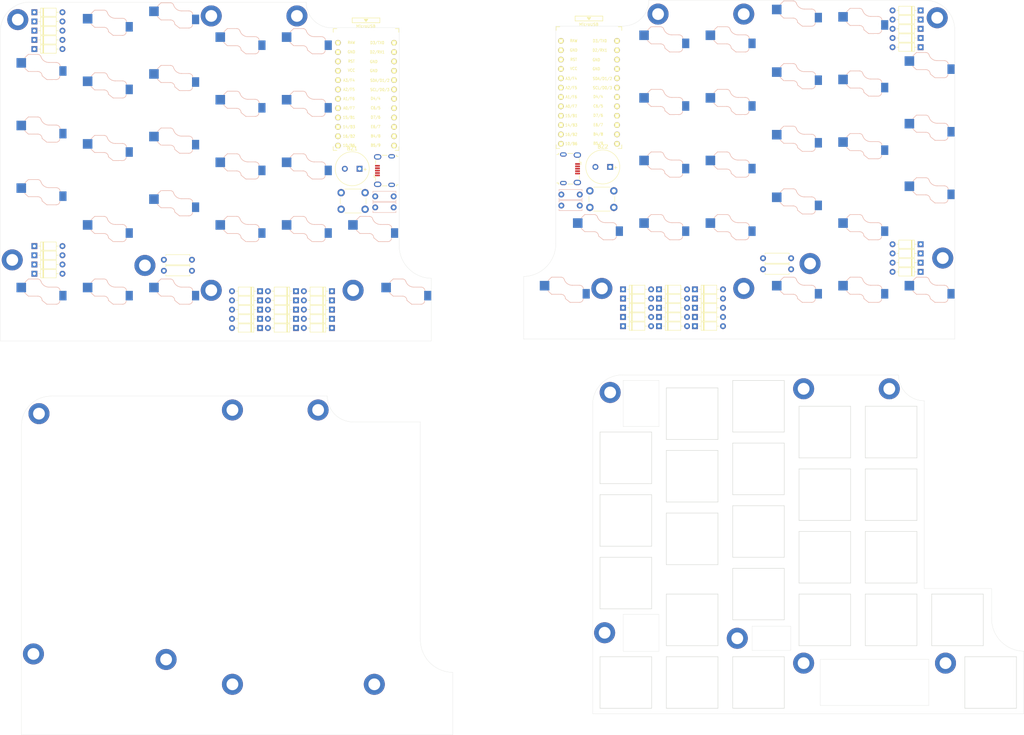
<source format=kicad_pcb>
(kicad_pcb (version 20221231) (generator pcbnew)
  (layers (0 "F.Cu" signal) (31 "B.Cu" signal) (34 "B.Paste" user) (35 "F.Paste" user) (36 "B.SilkS" user "B.Silkscreen") (37 "F.SilkS" user "F.Silkscreen") (38 "B.Mask" user) (39 "F.Mask" user) (44 "Edge.Cuts" user))
  (net 0 "")
  (net 1 "GND")
  (net 2 "+5V")
  (net 3 "Net-(D1-Pad2)")
  (net 4 "/lrow1")
  (net 5 "Net-(D2-Pad2)")
  (net 6 "/lrow2")
  (net 7 "Net-(D3-Pad2)")
  (net 8 "/lrow3")
  (net 9 "Net-(D4-Pad2)")
  (net 10 "/lrow4")
  (net 11 "Net-(D5-Pad2)")
  (net 12 "/lrow0")
  (net 13 "Net-(D6-Pad2)")
  (net 14 "Net-(D7-Pad2)")
  (net 15 "Net-(D8-Pad2)")
  (net 16 "Net-(D9-Pad2)")
  (net 17 "Net-(D10-Pad2)")
  (net 18 "Net-(D11-Pad2)")
  (net 19 "Net-(D12-Pad2)")
  (net 20 "Net-(D13-Pad2)")
  (net 21 "Net-(D14-Pad2)")
  (net 22 "Net-(D15-Pad2)")
  (net 23 "Net-(D16-Pad2)")
  (net 24 "Net-(D17-Pad2)")
  (net 25 "Net-(D18-Pad2)")
  (net 26 "Net-(D19-Pad2)")
  (net 27 "Net-(D20-Pad2)")
  (net 28 "Net-(D21-Pad2)")
  (net 29 "Net-(D22-Pad2)")
  (net 30 "Net-(D23-Pad2)")
  (net 31 "Net-(D24-Pad2)")
  (net 32 "/rrow1")
  (net 33 "Net-(D25-Pad2)")
  (net 34 "/rrow2")
  (net 35 "Net-(D26-Pad2)")
  (net 36 "/rrow3")
  (net 37 "Net-(D27-Pad2)")
  (net 38 "/rrow4")
  (net 39 "Net-(D28-Pad2)")
  (net 40 "/rrow0")
  (net 41 "Net-(D29-Pad2)")
  (net 42 "Net-(D30-Pad2)")
  (net 43 "Net-(D31-Pad2)")
  (net 44 "Net-(D32-Pad2)")
  (net 45 "Net-(D33-Pad2)")
  (net 46 "Net-(D34-Pad2)")
  (net 47 "Net-(D35-Pad2)")
  (net 48 "Net-(D36-Pad2)")
  (net 49 "Net-(D37-Pad2)")
  (net 50 "Net-(D38-Pad2)")
  (net 51 "Net-(D39-Pad2)")
  (net 52 "Net-(D40-Pad2)")
  (net 53 "Net-(D41-Pad2)")
  (net 54 "Net-(D42-Pad2)")
  (net 55 "Net-(D43-Pad2)")
  (net 56 "Net-(D44-Pad2)")
  (net 57 "Net-(D45-Pad2)")
  (net 58 "Net-(D46-Pad2)")
  (net 59 "/lLED")
  (net 60 "/rLED")
  (net 62 "/lSDA")
  (net 63 "/lSCL")
  (net 64 "/rSDA")
  (net 65 "/rSCL")
  (net 66 "/lcol0")
  (net 67 "/lcol1")
  (net 68 "/lcol2")
  (net 69 "/lcol3")
  (net 70 "/lcol4")
  (net 71 "/rcol0")
  (net 72 "/rcol1")
  (net 73 "/rcol2")
  (net 74 "/rcol3")
  (net 75 "/rcol4")
  (net 76 "/lRST")
  (net 77 "/rRST")
  (net 80 "/lbuzzer")
  (net 86 "/rbuzzer")
  (net 91 "Net-(D47-Pad2)")
  (net 92 "Net-(D48-Pad2)")
  (footprint "Diode_THT:D_DO-35_SOD27_P7.62mm_Horizontal" (layer "F.Cu") (at 265.75 20.5 180)
    (fp_text reference "D24" hide)
    (fp_text value "1N4148" hide)
    (pad "1" thru_hole rect locked (at 0 0 180) (size 1.6 1.6) (drill 0.8) (layers *.Cu *.Mask) (net 40 "/rrow0"))
    (pad "2" thru_hole oval locked (at 7.62 0 180) (size 1.6 1.6) (drill 0.8) (layers *.Cu *.Mask) (net 31 "Net-(D24-Pad2)"))
  )
  (footprint "Diode_THT:D_DO-35_SOD27_P7.62mm_Horizontal" (layer "F.Cu") (at 185 96.25)
    (fp_text reference "D27" hide)
    (fp_text value "1N4148" hide)
    (pad "1" thru_hole rect locked (at 0 0) (size 1.6 1.6) (drill 0.8) (layers *.Cu *.Mask) (net 36 "/rrow3"))
    (pad "2" thru_hole oval locked (at 7.62 0) (size 1.6 1.6) (drill 0.8) (layers *.Cu *.Mask) (net 37 "Net-(D27-Pad2)"))
  )
  (footprint "Diode_THT:D_DO-35_SOD27_P7.62mm_Horizontal" (layer "F.Cu") (at 265.75 84 180)
    (fp_text reference "D28" hide)
    (fp_text value "1N4148" hide)
    (pad "1" thru_hole rect locked (at 0 0 180) (size 1.6 1.6) (drill 0.8) (layers *.Cu *.Mask) (net 38 "/rrow4"))
    (pad "2" thru_hole oval locked (at 7.62 0 180) (size 1.6 1.6) (drill 0.8) (layers *.Cu *.Mask) (net 39 "Net-(D28-Pad2)"))
  )
  (footprint "Diode_THT:D_DO-35_SOD27_P7.62mm_Horizontal" (layer "F.Cu") (at 265.75 23 180)
    (fp_text reference "D29" hide)
    (fp_text value "1N4148" hide)
    (pad "1" thru_hole rect locked (at 0 0 180) (size 1.6 1.6) (drill 0.8) (layers *.Cu *.Mask) (net 40 "/rrow0"))
    (pad "2" thru_hole oval locked (at 7.62 0 180) (size 1.6 1.6) (drill 0.8) (layers *.Cu *.Mask) (net 41 "Net-(D29-Pad2)"))
  )
  (footprint "Diode_THT:D_DO-35_SOD27_P7.62mm_Horizontal" (layer "F.Cu") (at 204.5 98.75)
    (fp_text reference "D30" hide)
    (fp_text value "1N4148" hide)
    (pad "1" thru_hole rect locked (at 0 0) (size 1.6 1.6) (drill 0.8) (layers *.Cu *.Mask) (net 32 "/rrow1"))
    (pad "2" thru_hole oval locked (at 7.62 0) (size 1.6 1.6) (drill 0.8) (layers *.Cu *.Mask) (net 42 "Net-(D30-Pad2)"))
  )
  (footprint "Diode_THT:D_DO-35_SOD27_P7.62mm_Horizontal" (layer "F.Cu") (at 185 98.75)
    (fp_text reference "D32" hide)
    (fp_text value "1N4148" hide)
    (pad "1" thru_hole rect locked (at 0 0) (size 1.6 1.6) (drill 0.8) (layers *.Cu *.Mask) (net 36 "/rrow3"))
    (pad "2" thru_hole oval locked (at 7.62 0) (size 1.6 1.6) (drill 0.8) (layers *.Cu *.Mask) (net 44 "Net-(D32-Pad2)"))
  )
  (footprint "Diode_THT:D_DO-35_SOD27_P7.62mm_Horizontal" (layer "F.Cu") (at 265.75 25.5 180)
    (fp_text reference "D34" hide)
    (fp_text value "1N4148" hide)
    (pad "1" thru_hole rect locked (at 0 0 180) (size 1.6 1.6) (drill 0.8) (layers *.Cu *.Mask) (net 40 "/rrow0"))
    (pad "2" thru_hole oval locked (at 7.62 0 180) (size 1.6 1.6) (drill 0.8) (layers *.Cu *.Mask) (net 46 "Net-(D34-Pad2)"))
  )
  (footprint "Diode_THT:D_DO-35_SOD27_P7.62mm_Horizontal" (layer "F.Cu") (at 204.5 101.25)
    (fp_text reference "D35" hide)
    (fp_text value "1N4148" hide)
    (pad "1" thru_hole rect locked (at 0 0) (size 1.6 1.6) (drill 0.8) (layers *.Cu *.Mask) (net 32 "/rrow1"))
    (pad "2" thru_hole oval locked (at 7.62 0) (size 1.6 1.6) (drill 0.8) (layers *.Cu *.Mask) (net 47 "Net-(D35-Pad2)"))
  )
  (footprint "Diode_THT:D_DO-35_SOD27_P7.62mm_Horizontal" (layer "F.Cu") (at 265.75 86.5 180)
    (fp_text reference "D38" hide)
    (fp_text value "1N4148" hide)
    (pad "1" thru_hole rect locked (at 0 0 180) (size 1.6 1.6) (drill 0.8) (layers *.Cu *.Mask) (net 38 "/rrow4"))
    (pad "2" thru_hole oval locked (at 7.62 0 180) (size 1.6 1.6) (drill 0.8) (layers *.Cu *.Mask) (net 50 "Net-(D38-Pad2)"))
  )
  (footprint "Diode_THT:D_DO-35_SOD27_P7.62mm_Horizontal" (layer "F.Cu") (at 204.5 103.75)
    (fp_text reference "D40" hide)
    (fp_text value "1N4148" hide)
    (pad "1" thru_hole rect locked (at 0 0) (size 1.6 1.6) (drill 0.8) (layers *.Cu *.Mask) (net 32 "/rrow1"))
    (pad "2" thru_hole oval locked (at 7.62 0) (size 1.6 1.6) (drill 0.8) (layers *.Cu *.Mask) (net 52 "Net-(D40-Pad2)"))
  )
  (footprint "Diode_THT:D_DO-35_SOD27_P7.62mm_Horizontal" (layer "F.Cu") (at 194.75 103.75)
    (fp_text reference "D41" hide)
    (fp_text value "1N4148" hide)
    (pad "1" thru_hole rect locked (at 0 0) (size 1.6 1.6) (drill 0.8) (layers *.Cu *.Mask) (net 34 "/rrow2"))
    (pad "2" thru_hole oval locked (at 7.62 0) (size 1.6 1.6) (drill 0.8) (layers *.Cu *.Mask) (net 53 "Net-(D41-Pad2)"))
  )
  (footprint "Diode_THT:D_DO-35_SOD27_P7.62mm_Horizontal" (layer "F.Cu") (at 185 103.75)
    (fp_text reference "D42" hide)
    (fp_text value "1N4148" hide)
    (pad "1" thru_hole rect locked (at 0 0) (size 1.6 1.6) (drill 0.8) (layers *.Cu *.Mask) (net 36 "/rrow3"))
    (pad "2" thru_hole oval locked (at 7.62 0) (size 1.6 1.6) (drill 0.8) (layers *.Cu *.Mask) (net 54 "Net-(D42-Pad2)"))
  )
  (footprint "Diode_THT:D_DO-35_SOD27_P7.62mm_Horizontal" (layer "F.Cu") (at 265.75 30.5 180)
    (fp_text reference "D43" hide)
    (fp_text value "1N4148" hide)
    (pad "1" thru_hole rect locked (at 0 0 180) (size 1.6 1.6) (drill 0.8) (layers *.Cu *.Mask) (net 40 "/rrow0"))
    (pad "2" thru_hole oval locked (at 7.62 0 180) (size 1.6 1.6) (drill 0.8) (layers *.Cu *.Mask) (net 55 "Net-(D43-Pad2)"))
  )
  (footprint "Diode_THT:D_DO-35_SOD27_P7.62mm_Horizontal" (layer "F.Cu") (at 204.5 106.25)
    (fp_text reference "D44" hide)
    (fp_text value "1N4148" hide)
    (pad "1" thru_hole rect locked (at 0 0) (size 1.6 1.6) (drill 0.8) (layers *.Cu *.Mask) (net 32 "/rrow1"))
    (pad "2" thru_hole oval locked (at 7.62 0) (size 1.6 1.6) (drill 0.8) (layers *.Cu *.Mask) (net 56 "Net-(D44-Pad2)"))
  )
  (footprint "Diode_THT:D_DO-35_SOD27_P7.62mm_Horizontal" (layer "F.Cu") (at 194.75 106.25)
    (fp_text reference "D45" hide)
    (fp_text value "1N4148" hide)
    (pad "1" thru_hole rect locked (at 0 0) (size 1.6 1.6) (drill 0.8) (layers *.Cu *.Mask) (net 34 "/rrow2"))
    (pad "2" thru_hole oval locked (at 7.62 0) (size 1.6 1.6) (drill 0.8) (layers *.Cu *.Mask) (net 57 "Net-(D45-Pad2)"))
  )
  (footprint "Resistor_THT:R_Axial_DIN0207_L6.3mm_D2.5mm_P7.62mm_Horizontal" (layer "F.Cu") (at 222.99 90.8)
    (fp_text reference "R3" hide)
    (fp_text value "10k" hide)
    (pad "1" thru_hole circle locked (at 0 0) (size 1.6 1.6) (drill 0.8) (layers *.Cu *.Mask) (net 65 "/rSCL"))
    (pad "2" thru_hole oval locked (at 7.62 0) (size 1.6 1.6) (drill 0.8) (layers *.Cu *.Mask) (net 2 "+5V"))
  )
  (footprint "kbd:ChocV1_Hotswap" (layer "F.Cu") (at 194 33.25 180)
    (fp_text reference "SW24" hide)
    (fp_text value "SW_Push" hide)
    (pad "" np_thru_hole circle (at -5.5 0 180) (size 1.9 1.9) (drill 1.9) (layers F&B.Cu *.Mask))
    (pad "" np_thru_hole circle (at -5 3.75 180) (size 3 3) (drill 3) (layers *.Cu *.Mask))
    (pad "" np_thru_hole circle (at 0 0 180) (size 3.4 3.4) (drill 3.4) (layers F&B.Cu *.Mask))
    (pad "" np_thru_hole circle (at 0 5.95 180) (size 3 3) (drill 3) (layers *.Cu *.Mask))
    (pad "" np_thru_hole circle (at 5.22 -4.2 180) (size 0.9906 0.9906) (drill 0.9906) (layers *.Cu *.Mask))
    (pad "" np_thru_hole circle (at 5.5 0 180) (size 1.9 1.9) (drill 1.9) (layers F&B.Cu *.Mask))
    (pad "1" smd rect (at 3.3 6 180) (size 2.6 2.6) (layers "B.Cu" "B.Paste" "B.Mask") (net 71 "/rcol0"))
    (pad "2" smd rect (at -8 3.8 180) (size 1.95 2.6) (layers "B.Cu" "B.Paste" "B.Mask") (net 31 "Net-(D24-Pad2)"))
  )
  (footprint "kbd:ChocV1_Hotswap" (layer "F.Cu") (at 194 50.25 180)
    (fp_text reference "SW25" hide)
    (fp_text value "SW_Push" hide)
    (pad "" np_thru_hole circle (at -5.5 0 180) (size 1.9 1.9) (drill 1.9) (layers F&B.Cu *.Mask))
    (pad "" np_thru_hole circle (at -5 3.75 180) (size 3 3) (drill 3) (layers *.Cu *.Mask))
    (pad "" np_thru_hole circle (at 0 0 180) (size 3.4 3.4) (drill 3.4) (layers F&B.Cu *.Mask))
    (pad "" np_thru_hole circle (at 0 5.95 180) (size 3 3) (drill 3) (layers *.Cu *.Mask))
    (pad "" np_thru_hole circle (at 5.22 -4.2 180) (size 0.9906 0.9906) (drill 0.9906) (layers *.Cu *.Mask))
    (pad "" np_thru_hole circle (at 5.5 0 180) (size 1.9 1.9) (drill 1.9) (layers F&B.Cu *.Mask))
    (pad "1" smd rect (at 3.3 6 180) (size 2.6 2.6) (layers "B.Cu" "B.Paste" "B.Mask") (net 71 "/rcol0"))
    (pad "2" smd rect (at -8 3.8 180) (size 1.95 2.6) (layers "B.Cu" "B.Paste" "B.Mask") (net 33 "Net-(D25-Pad2)"))
  )
  (footprint "kbd:ChocV1_Hotswap" (layer "F.Cu") (at 194 67.25 180)
    (fp_text reference "SW26" hide)
    (fp_text value "SW_Push" hide)
    (pad "" np_thru_hole circle (at -5.5 0 180) (size 1.9 1.9) (drill 1.9) (layers F&B.Cu *.Mask))
    (pad "" np_thru_hole circle (at -5 3.75 180) (size 3 3) (drill 3) (layers *.Cu *.Mask))
    (pad "" np_thru_hole circle (at 0 0 180) (size 3.4 3.4) (drill 3.4) (layers F&B.Cu *.Mask))
    (pad "" np_thru_hole circle (at 0 5.95 180) (size 3 3) (drill 3) (layers *.Cu *.Mask))
    (pad "" np_thru_hole circle (at 5.22 -4.2 180) (size 0.9906 0.9906) (drill 0.9906) (layers *.Cu *.Mask))
    (pad "" np_thru_hole circle (at 5.5 0 180) (size 1.9 1.9) (drill 1.9) (layers F&B.Cu *.Mask))
    (pad "1" smd rect (at 3.3 6 180) (size 2.6 2.6) (layers "B.Cu" "B.Paste" "B.Mask") (net 71 "/rcol0"))
    (pad "2" smd rect (at -8 3.8 180) (size 1.95 2.6) (layers "B.Cu" "B.Paste" "B.Mask") (net 35 "Net-(D26-Pad2)"))
  )
  (footprint "kbd:ChocV1_Hotswap" (layer "F.Cu") (at 230 101.25 180)
    (fp_text reference "SW28" hide)
    (fp_text value "SW_Push" hide)
    (pad "" np_thru_hole circle (at -5.5 0 180) (size 1.9 1.9) (drill 1.9) (layers F&B.Cu *.Mask))
    (pad "" np_thru_hole circle (at -5 3.75 180) (size 3 3) (drill 3) (layers *.Cu *.Mask))
    (pad "" np_thru_hole circle (at 0 0 180) (size 3.4 3.4) (drill 3.4) (layers F&B.Cu *.Mask))
    (pad "" np_thru_hole circle (at 0 5.95 180) (size 3 3) (drill 3) (layers *.Cu *.Mask))
    (pad "" np_thru_hole circle (at 5.22 -4.2 180) (size 0.9906 0.9906) (drill 0.9906) (layers *.Cu *.Mask))
    (pad "" np_thru_hole circle (at 5.5 0 180) (size 1.9 1.9) (drill 1.9) (layers F&B.Cu *.Mask))
    (pad "1" smd rect (at 3.3 6 180) (size 2.6 2.6) (layers "B.Cu" "B.Paste" "B.Mask") (net 71 "/rcol0"))
    (pad "2" smd rect (at -8 3.8 180) (size 1.95 2.6) (layers "B.Cu" "B.Paste" "B.Mask") (net 39 "Net-(D28-Pad2)"))
  )
  (footprint "kbd:ChocV1_Hotswap" (layer "F.Cu") (at 212 33.25 180)
    (fp_text reference "SW29" hide)
    (fp_text value "SW_Push" hide)
    (pad "" np_thru_hole circle (at -5.5 0 180) (size 1.9 1.9) (drill 1.9) (layers F&B.Cu *.Mask))
    (pad "" np_thru_hole circle (at -5 3.75 180) (size 3 3) (drill 3) (layers *.Cu *.Mask))
    (pad "" np_thru_hole circle (at 0 0 180) (size 3.4 3.4) (drill 3.4) (layers F&B.Cu *.Mask))
    (pad "" np_thru_hole circle (at 0 5.95 180) (size 3 3) (drill 3) (layers *.Cu *.Mask))
    (pad "" np_thru_hole circle (at 5.22 -4.2 180) (size 0.9906 0.9906) (drill 0.9906) (layers *.Cu *.Mask))
    (pad "" np_thru_hole circle (at 5.5 0 180) (size 1.9 1.9) (drill 1.9) (layers F&B.Cu *.Mask))
    (pad "1" smd rect (at 3.3 6 180) (size 2.6 2.6) (layers "B.Cu" "B.Paste" "B.Mask") (net 72 "/rcol1"))
    (pad "2" smd rect (at -8 3.8 180) (size 1.95 2.6) (layers "B.Cu" "B.Paste" "B.Mask") (net 41 "Net-(D29-Pad2)"))
  )
  (footprint "kbd:ChocV1_Hotswap" (layer "F.Cu") (at 212 50.25 180)
    (fp_text reference "SW30" hide)
    (fp_text value "SW_Push" hide)
    (pad "" np_thru_hole circle (at -5.5 0 180) (size 1.9 1.9) (drill 1.9) (layers F&B.Cu *.Mask))
    (pad "" np_thru_hole circle (at -5 3.75 180) (size 3 3) (drill 3) (layers *.Cu *.Mask))
    (pad "" np_thru_hole circle (at 0 0 180) (size 3.4 3.4) (drill 3.4) (layers F&B.Cu *.Mask))
    (pad "" np_thru_hole circle (at 0 5.95 180) (size 3 3) (drill 3) (layers *.Cu *.Mask))
    (pad "" np_thru_hole circle (at 5.22 -4.2 180) (size 0.9906 0.9906) (drill 0.9906) (layers *.Cu *.Mask))
    (pad "" np_thru_hole circle (at 5.5 0 180) (size 1.9 1.9) (drill 1.9) (layers F&B.Cu *.Mask))
    (pad "1" smd rect (at 3.3 6 180) (size 2.6 2.6) (layers "B.Cu" "B.Paste" "B.Mask") (net 72 "/rcol1"))
    (pad "2" smd rect (at -8 3.8 180) (size 1.95 2.6) (layers "B.Cu" "B.Paste" "B.Mask") (net 42 "Net-(D30-Pad2)"))
  )
  (footprint "kbd:ChocV1_Hotswap" (layer "F.Cu") (at 212 67.25 180)
    (fp_text reference "SW31" hide)
    (fp_text value "SW_Push" hide)
    (pad "" np_thru_hole circle (at -5.5 0 180) (size 1.9 1.9) (drill 1.9) (layers F&B.Cu *.Mask))
    (pad "" np_thru_hole circle (at -5 3.75 180) (size 3 3) (drill 3) (layers *.Cu *.Mask))
    (pad "" np_thru_hole circle (at 0 0 180) (size 3.4 3.4) (drill 3.4) (layers F&B.Cu *.Mask))
    (pad "" np_thru_hole circle (at 0 5.95 180) (size 3 3) (drill 3) (layers *.Cu *.Mask))
    (pad "" np_thru_hole circle (at 5.22 -4.2 180) (size 0.9906 0.9906) (drill 0.9906) (layers *.Cu *.Mask))
    (pad "" np_thru_hole circle (at 5.5 0 180) (size 1.9 1.9) (drill 1.9) (layers F&B.Cu *.Mask))
    (pad "1" smd rect (at 3.3 6 180) (size 2.6 2.6) (layers "B.Cu" "B.Paste" "B.Mask") (net 72 "/rcol1"))
    (pad "2" smd rect (at -8 3.8 180) (size 1.95 2.6) (layers "B.Cu" "B.Paste" "B.Mask") (net 43 "Net-(D31-Pad2)"))
  )
  (footprint "kbd:ChocV1_Hotswap" (layer "F.Cu") (at 248 84.25 180)
    (fp_text reference "SW33" hide)
    (fp_text value "SW_Push" hide)
    (pad "" np_thru_hole circle (at -5.5 0 180) (size 1.9 1.9) (drill 1.9) (layers F&B.Cu *.Mask))
    (pad "" np_thru_hole circle (at -5 3.75 180) (size 3 3) (drill 3) (layers *.Cu *.Mask))
    (pad "" np_thru_hole circle (at 0 0 180) (size 3.4 3.4) (drill 3.4) (layers F&B.Cu *.Mask))
    (pad "" np_thru_hole circle (at 0 5.95 180) (size 3 3) (drill 3) (layers *.Cu *.Mask))
    (pad "" np_thru_hole circle (at 5.22 -4.2 180) (size 0.9906 0.9906) (drill 0.9906) (layers *.Cu *.Mask))
    (pad "" np_thru_hole circle (at 5.5 0 180) (size 1.9 1.9) (drill 1.9) (layers F&B.Cu *.Mask))
    (pad "1" smd rect (at 3.3 6 180) (size 2.6 2.6) (layers "B.Cu" "B.Paste" "B.Mask") (net 72 "/rcol1"))
    (pad "2" smd rect (at -8 3.8 180) (size 1.95 2.6) (layers "B.Cu" "B.Paste" "B.Mask") (net 45 "Net-(D33-Pad2)"))
  )
  (footprint "kbd:ChocV1_Hotswap" (layer "F.Cu") (at 230 26.25 180)
    (fp_text reference "SW34" hide)
    (fp_text value "SW_Push" hide)
    (pad "" np_thru_hole circle (at -5.5 0 180) (size 1.9 1.9) (drill 1.9) (layers F&B.Cu *.Mask))
    (pad "" np_thru_hole circle (at -5 3.75 180) (size 3 3) (drill 3) (layers *.Cu *.Mask))
    (pad "" np_thru_hole circle (at 0 0 180) (size 3.4 3.4) (drill 3.4) (layers F&B.Cu *.Mask))
    (pad "" np_thru_hole circle (at 0 5.95 180) (size 3 3) (drill 3) (layers *.Cu *.Mask))
    (pad "" np_thru_hole circle (at 5.22 -4.2 180) (size 0.9906 0.9906) (drill 0.9906) (layers *.Cu *.Mask))
    (pad "" np_thru_hole circle (at 5.5 0 180) (size 1.9 1.9) (drill 1.9) (layers F&B.Cu *.Mask))
    (pad "1" smd rect (at 3.3 6 180) (size 2.6 2.6) (layers "B.Cu" "B.Paste" "B.Mask") (net 73 "/rcol2"))
    (pad "2" smd rect (at -8 3.8 180) (size 1.95 2.6) (layers "B.Cu" "B.Paste" "B.Mask") (net 46 "Net-(D34-Pad2)"))
  )
  (footprint "kbd:ChocV1_Hotswap" (layer "F.Cu") (at 230 43.25 180)
    (fp_text reference "SW35" hide)
    (fp_text value "SW_Push" hide)
    (pad "" np_thru_hole circle (at -5.5 0 180) (size 1.9 1.9) (drill 1.9) (layers F&B.Cu *.Mask))
    (pad "" np_thru_hole circle (at -5 3.75 180) (size 3 3) (drill 3) (layers *.Cu *.Mask))
    (pad "" np_thru_hole circle (at 0 0 180) (size 3.4 3.4) (drill 3.4) (layers F&B.Cu *.Mask))
    (pad "" np_thru_hole circle (at 0 5.95 180) (size 3 3) (drill 3) (layers *.Cu *.Mask))
    (pad "" np_thru_hole circle (at 5.22 -4.2 180) (size 0.9906 0.9906) (drill 0.9906) (layers *.Cu *.Mask))
    (pad "" np_thru_hole circle (at 5.5 0 180) (size 1.9 1.9) (drill 1.9) (layers F&B.Cu *.Mask))
    (pad "1" smd rect (at 3.3 6 180) (size 2.6 2.6) (layers "B.Cu" "B.Paste" "B.Mask") (net 73 "/rcol2"))
    (pad "2" smd rect (at -8 3.8 180) (size 1.95 2.6) (layers "B.Cu" "B.Paste" "B.Mask") (net 47 "Net-(D35-Pad2)"))
  )
  (footprint "kbd:ChocV1_Hotswap" (layer "F.Cu") (at 230 60.25 180)
    (fp_text reference "SW36" hide)
    (fp_text value "SW_Push" hide)
    (pad "" np_thru_hole circle (at -5.5 0 180) (size 1.9 1.9) (drill 1.9) (layers F&B.Cu *.Mask))
    (pad "" np_thru_hole circle (at -5 3.75 180) (size 3 3) (drill 3) (layers *.Cu *.Mask))
    (pad "" np_thru_hole circle (at 0 0 180) (size 3.4 3.4) (drill 3.4) (layers F&B.Cu *.Mask))
    (pad "" np_thru_hole circle (at 0 5.95 180) (size 3 3) (drill 3) (layers *.Cu *.Mask))
    (pad "" np_thru_hole circle (at 5.22 -4.2 180) (size 0.9906 0.9906) (drill 0.9906) (layers *.Cu *.Mask))
    (pad "" np_thru_hole circle (at 5.5 0 180) (size 1.9 1.9) (drill 1.9) (layers F&B.Cu *.Mask))
    (pad "1" smd rect (at 3.3 6 180) (size 2.6 2.6) (layers "B.Cu" "B.Paste" "B.Mask") (net 73 "/rcol2"))
    (pad "2" smd rect (at -8 3.8 180) (size 1.95 2.6) (layers "B.Cu" "B.Paste" "B.Mask") (net 48 "Net-(D36-Pad2)"))
  )
  (footprint "kbd:ChocV1_Hotswap" (layer "F.Cu") (at 248 101.25 180)
    (fp_text reference "SW38" hide)
    (fp_text value "SW_Push" hide)
    (pad "" np_thru_hole circle (at -5.5 0 180) (size 1.9 1.9) (drill 1.9) (layers F&B.Cu *.Mask))
    (pad "" np_thru_hole circle (at -5 3.75 180) (size 3 3) (drill 3) (layers *.Cu *.Mask))
    (pad "" np_thru_hole circle (at 0 0 180) (size 3.4 3.4) (drill 3.4) (layers F&B.Cu *.Mask))
    (pad "" np_thru_hole circle (at 0 5.95 180) (size 3 3) (drill 3) (layers *.Cu *.Mask))
    (pad "" np_thru_hole circle (at 5.22 -4.2 180) (size 0.9906 0.9906) (drill 0.9906) (layers *.Cu *.Mask))
    (pad "" np_thru_hole circle (at 5.5 0 180) (size 1.9 1.9) (drill 1.9) (layers F&B.Cu *.Mask))
    (pad "1" smd rect (at 3.3 6 180) (size 2.6 2.6) (layers "B.Cu" "B.Paste" "B.Mask") (net 73 "/rcol2"))
    (pad "2" smd rect (at -8 3.8 180) (size 1.95 2.6) (layers "B.Cu" "B.Paste" "B.Mask") (net 50 "Net-(D38-Pad2)"))
  )
  (footprint "kbd:ChocV1_Hotswap" (layer "F.Cu") (at 248 28.25 180)
    (fp_text reference "SW39" hide)
    (fp_text value "SW_Push" hide)
    (pad "" np_thru_hole circle (at -5.5 0 180) (size 1.9 1.9) (drill 1.9) (layers F&B.Cu *.Mask))
    (pad "" np_thru_hole circle (at -5 3.75 180) (size 3 3) (drill 3) (layers *.Cu *.Mask))
    (pad "" np_thru_hole circle (at 0 0 180) (size 3.4 3.4) (drill 3.4) (layers F&B.Cu *.Mask))
    (pad "" np_thru_hole circle (at 0 5.95 180) (size 3 3) (drill 3) (layers *.Cu *.Mask))
    (pad "" np_thru_hole circle (at 5.22 -4.2 180) (size 0.9906 0.9906) (drill 0.9906) (layers *.Cu *.Mask))
    (pad "" np_thru_hole circle (at 5.5 0 180) (size 1.9 1.9) (drill 1.9) (layers F&B.Cu *.Mask))
    (pad "1" smd rect (at 3.3 6 180) (size 2.6 2.6) (layers "B.Cu" "B.Paste" "B.Mask") (net 74 "/rcol3"))
    (pad "2" smd rect (at -8 3.8 180) (size 1.95 2.6) (layers "B.Cu" "B.Paste" "B.Mask") (net 51 "Net-(D39-Pad2)"))
  )
  (footprint "kbd:ChocV1_Hotswap" (layer "F.Cu") (at 248 45.25 180)
    (fp_text reference "SW40" hide)
    (fp_text value "SW_Push" hide)
    (pad "" np_thru_hole circle (at -5.5 0 180) (size 1.9 1.9) (drill 1.9) (layers F&B.Cu *.Mask))
    (pad "" np_thru_hole circle (at -5 3.75 180) (size 3 3) (drill 3) (layers *.Cu *.Mask))
    (pad "" np_thru_hole circle (at 0 0 180) (size 3.4 3.4) (drill 3.4) (layers F&B.Cu *.Mask))
    (pad "" np_thru_hole circle (at 0 5.95 180) (size 3 3) (drill 3) (layers *.Cu *.Mask))
    (pad "" np_thru_hole circle (at 5.22 -4.2 180) (size 0.9906 0.9906) (drill 0.9906) (layers *.Cu *.Mask))
    (pad "" np_thru_hole circle (at 5.5 0 180) (size 1.9 1.9) (drill 1.9) (layers F&B.Cu *.Mask))
    (pad "1" smd rect (at 3.3 6 180) (size 2.6 2.6) (layers "B.Cu" "B.Paste" "B.Mask") (net 74 "/rcol3"))
    (pad "2" smd rect (at -8 3.8 180) (size 1.95 2.6) (layers "B.Cu" "B.Paste" "B.Mask") (net 52 "Net-(D40-Pad2)"))
  )
  (footprint "kbd:ChocV1_Hotswap" (layer "F.Cu") (at 248 62.25 180)
    (fp_text reference "SW41" hide)
    (fp_text value "SW_Push" hide)
    (pad "" np_thru_hole circle (at -5.5 0 180) (size 1.9 1.9) (drill 1.9) (layers F&B.Cu *.Mask))
    (pad "" np_thru_hole circle (at -5 3.75 180) (size 3 3) (drill 3) (layers *.Cu *.Mask))
    (pad "" np_thru_hole circle (at 0 0 180) (size 3.4 3.4) (drill 3.4) (layers F&B.Cu *.Mask))
    (pad "" np_thru_hole circle (at 0 5.95 180) (size 3 3) (drill 3) (layers *.Cu *.Mask))
    (pad "" np_thru_hole circle (at 5.22 -4.2 180) (size 0.9906 0.9906) (drill 0.9906) (layers *.Cu *.Mask))
    (pad "" np_thru_hole circle (at 5.5 0 180) (size 1.9 1.9) (drill 1.9) (layers F&B.Cu *.Mask))
    (pad "1" smd rect (at 3.3 6 180) (size 2.6 2.6) (layers "B.Cu" "B.Paste" "B.Mask") (net 74 "/rcol3"))
    (pad "2" smd rect (at -8 3.8 180) (size 1.95 2.6) (layers "B.Cu" "B.Paste" "B.Mask") (net 53 "Net-(D41-Pad2)"))
  )
  (footprint "kbd:ChocV1_Hotswap" (layer "F.Cu") (at 266 40.25 180)
    (fp_text reference "SW43" hide)
    (fp_text value "SW_Push" hide)
    (pad "" np_thru_hole circle (at -5.5 0 180) (size 1.9 1.9) (drill 1.9) (layers F&B.Cu *.Mask))
    (pad "" np_thru_hole circle (at -5 3.75 180) (size 3 3) (drill 3) (layers *.Cu *.Mask))
    (pad "" np_thru_hole circle (at 0 0 180) (size 3.4 3.4) (drill 3.4) (layers F&B.Cu *.Mask))
    (pad "" np_thru_hole circle (at 0 5.95 180) (size 3 3) (drill 3) (layers *.Cu *.Mask))
    (pad "" np_thru_hole circle (at 5.22 -4.2 180) (size 0.9906 0.9906) (drill 0.9906) (layers *.Cu *.Mask))
    (pad "" np_thru_hole circle (at 5.5 0 180) (size 1.9 1.9) (drill 1.9) (layers F&B.Cu *.Mask))
    (pad "1" smd rect (at 3.3 6 180) (size 2.6 2.6) (layers "B.Cu" "B.Paste" "B.Mask") (net 75 "/rcol4"))
    (pad "2" smd rect (at -8 3.8 180) (size 1.95 2.6) (layers "B.Cu" "B.Paste" "B.Mask") (net 55 "Net-(D43-Pad2)"))
  )
  (footprint "kbd:ChocV1_Hotswap" (layer "F.Cu") (at 266 57.25 180)
    (fp_text reference "SW44" hide)
    (fp_text value "SW_Push" hide)
    (pad "" np_thru_hole circle (at -5.5 0 180) (size 1.9 1.9) (drill 1.9) (layers F&B.Cu *.Mask))
    (pad "" np_thru_hole circle (at -5 3.75 180) (size 3 3) (drill 3) (layers *.Cu *.Mask))
    (pad "" np_thru_hole circle (at 0 0 180) (size 3.4 3.4) (drill 3.4) (layers F&B.Cu *.Mask))
    (pad "" np_thru_hole circle (at 0 5.95 180) (size 3 3) (drill 3) (layers *.Cu *.Mask))
    (pad "" np_thru_hole circle (at 5.22 -4.2 180) (size 0.9906 0.9906) (drill 0.9906) (layers *.Cu *.Mask))
    (pad "" np_thru_hole circle (at 5.5 0 180) (size 1.9 1.9) (drill 1.9) (layers F&B.Cu *.Mask))
    (pad "1" smd rect (at 3.3 6 180) (size 2.6 2.6) (layers "B.Cu" "B.Paste" "B.Mask") (net 75 "/rcol4"))
    (pad "2" smd rect (at -8 3.8 180) (size 1.95 2.6) (layers "B.Cu" "B.Paste" "B.Mask") (net 56 "Net-(D44-Pad2)"))
  )
  (footprint "kbd:ChocV1_Hotswap" (layer "F.Cu") (at 266 74.25 180)
    (fp_text reference "SW45" hide)
    (fp_text value "SW_Push" hide)
    (pad "" np_thru_hole circle (at -5.5 0 180) (size 1.9 1.9) (drill 1.9) (layers F&B.Cu *.Mask))
    (pad "" np_thru_hole circle (at -5 3.75 180) (size 3 3) (drill 3) (layers *.Cu *.Mask))
    (pad "" np_thru_hole circle (at 0 0 180) (size 3.4 3.4) (drill 3.4) (layers F&B.Cu *.Mask))
    (pad "" np_thru_hole circle (at 0 5.95 180) (size 3 3) (drill 3) (layers *.Cu *.Mask))
    (pad "" np_thru_hole circle (at 5.22 -4.2 180) (size 0.9906 0.9906) (drill 0.9906) (layers *.Cu *.Mask))
    (pad "" np_thru_hole circle (at 5.5 0 180) (size 1.9 1.9) (drill 1.9) (layers F&B.Cu *.Mask))
    (pad "1" smd rect (at 3.3 6 180) (size 2.6 2.6) (layers "B.Cu" "B.Paste" "B.Mask") (net 75 "/rcol4"))
    (pad "2" smd rect (at -8 3.8 180) (size 1.95 2.6) (layers "B.Cu" "B.Paste" "B.Mask") (net 57 "Net-(D45-Pad2)"))
  )
  (footprint "Button_Switch_THT:SW_PUSH_6mm_H7.3mm" (layer "F.Cu") (at 182.5 74 180)
    (fp_text reference "SW48" hide)
    (fp_text value "SW_Push" hide)
    (pad "1" thru_hole circle locked (at 0 0 270) (size 2 2) (drill 1.1) (layers *.Cu *.Mask) (net 77 "/rRST"))
    (pad "1" thru_hole circle locked (at 6.5 0 270) (size 2 2) (drill 1.1) (layers *.Cu *.Mask) (net 77 "/rRST"))
    (pad "2" thru_hole circle locked (at 0 4.5 270) (size 2 2) (drill 1.1) (layers *.Cu *.Mask) (net 1 "GND"))
    (pad "2" thru_hole circle locked (at 6.5 4.5 270) (size 2 2) (drill 1.1) (layers *.Cu *.Mask) (net 1 "GND"))
  )
  (footprint "kbd:ProMicro_v3.5" (layer "F.Cu") (at 175.75 43.25)
    (fp_text reference "U2" hide)
    (fp_text value "ProMicro" hide)
    (fp_text user "" (at -1.2515 -16.256) (layer "B.SilkS") (effects (justify mirror)))
    (fp_text user "10/B6" (at -4.8 13.45 unlocked) (layer "F.SilkS") (effects (font (size 0.75 0.67) (thickness 0.125))))
    (fp_text user "VCC" (at -4.15 -6.95 unlocked) (layer "F.SilkS") (effects (font (size 0.75 0.67) (thickness 0.125))))
    (fp_text user "SDA/D1/2" (at 3.65 -4.225 unlocked) (layer "F.SilkS") (effects (font (size 0.75 0.67) (thickness 0.125))))
    (fp_text user "D3/TX0" (at 2.95 -14.475 unlocked) (layer "F.SilkS") (effects (font (size 0.75 0.67) (thickness 0.125))))
    (fp_text user "RST" (at -4.15 -9.4 unlocked) (layer "F.SilkS") (effects (font (size 0.75 0.67) (thickness 0.125))))
    (fp_text user "E6/7" (at 2.5 8.325 unlocked) (layer "F.SilkS") (effects (font (size 0.75 0.67) (thickness 0.125))))
    (fp_text user "D4/4" (at 2.5 0.675 unlocked) (layer "F.SilkS") (effects (font (size 0.75 0.67) (thickness 0.125))))
    (fp_text user "C6/5" (at 2.5 3.225 unlocked) (layer "F.SilkS") (effects (font (size 0.75 0.67) (thickness 0.125))))
    (fp_text user "" (at -0.545 -17.4) (layer "F.SilkS"))
    (fp_text user "GND" (at -4.15 -11.95 unlocked) (layer "F.SilkS") (effects (font (size 0.75 0.67) (thickness 0.125))))
    (fp_text user "A2/F5" (at -4.8 -1.75 unlocked) (layer "F.SilkS") (effects (font (size 0.75 0.67) (thickness 0.125))))
    (fp_text user "A1/F6" (at -4.8 0.75 unlocked) (layer "F.SilkS") (effects (font (size 0.75 0.67) (thickness 0.125))))
    (fp_text user "15/B1" (at -4.8 5.85 unlocked) (layer "F.SilkS") (effects (font (size 0.75 0.67) (thickness 0.125))))
    (fp_text user "B4/8" (at 2.5 10.875 unlocked) (layer "F.SilkS") (effects (font (size 0.75 0.67) (thickness 0.125))))
    (fp_text user "A3/F4" (at -4.8 -4.25 unlocked) (layer "F.SilkS") (effects (font (size 0.75 0.67) (thickness 0.125))))
    (fp_text user "GND" (at 2 -9.325 unlocked) (layer "F.SilkS") (effects (font (size 0.75 0.67) (thickness 0.125))))
    (fp_text user "RAW" (at -4.15 -14.5 unlocked) (layer "F.SilkS") (effects (font (size 0.75 0.67) (thickness 0.125))))
    (fp_text user "MicroUSB" (at -0.05 -18.95) (layer "F.SilkS") (effects (font (size 0.75 0.75) (thickness 0.12))))
    (fp_text user "D2/RX1" (at 2.95 -11.925 unlocked) (layer "F.SilkS") (effects (font (size 0.75 0.67) (thickness 0.125))))
    (fp_text user "D7/6" (at 2.5 5.775 unlocked) (layer "F.SilkS") (effects (font (size 0.75 0.67) (thickness 0.125))))
    (fp_text user "GND" (at 2 -6.875 unlocked) (layer "F.SilkS") (effects (font (size 0.75 0.67) (thickness 0.125))))
    (fp_text user "A0/F7" (at -4.8 3.3 unlocked) (layer "F.SilkS") (effects (font (size 0.75 0.67) (thickness 0.125))))
    (fp_text user "16/B2" (at -4.8 10.95 unlocked) (layer "F.SilkS") (effects (font (size 0.75 0.67) (thickness 0.125))))
    (fp_text user "B5/9" (at 2.5 13.375 unlocked) (layer "F.SilkS") (effects (font (size 0.75 0.67) (thickness 0.125))))
    (fp_text user "SCL/D0/3" (at 3.65 -1.725 unlocked) (layer "F.SilkS") (effects (font (size 0.75 0.67) (thickness 0.125))))
    (fp_text user "14/B3" (at -4.8 8.4 unlocked) (layer "F.SilkS") (effects (font (size 0.75 0.67) (thickness 0.125))))
    (pad "1" thru_hole circle locked (at 7.6114 -14.478) (size 1.524 1.524) (drill 0.8128) (layers *.Cu "F.SilkS" "B.Mask") (net 60 "/rLED"))
    (pad "2" thru_hole circle locked (at 7.6114 -11.938) (size 1.524 1.524) (drill 0.8128) (layers *.Cu "F.SilkS" "B.Mask"))
    (pad "3" thru_hole circle locked (at 7.6114 -9.398) (size 1.524 1.524) (drill 0.8128) (layers *.Cu "F.SilkS" "B.Mask") (net 1 "GND"))
    (pad "4" thru_hole circle locked (at 7.6114 -6.858) (size 1.524 1.524) (drill 0.8128) (layers *.Cu "F.SilkS" "B.Mask") (net 1 "GND"))
    (pad "5" thru_hole circle locked (at 7.6114 -4.318) (size 1.524 1.524) (drill 0.8128) (layers *.Cu "F.SilkS" "B.Mask") (net 64 "/rSDA"))
    (pad "6" thru_hole circle locked (at 7.6114 -1.778) (size 1.524 1.524) (drill 0.8128) (layers *.Cu "F.SilkS" "B.Mask") (net 65 "/rSCL"))
    (pad "7" thru_hole circle locked (at 7.6114 0.762) (size 1.524 1.524) (drill 0.8128) (layers *.Cu "F.SilkS" "B.Mask") (net 71 "/rcol0"))
    (pad "8" thru_hole circle locked (at 7.6114 3.302) (size 1.524 1.524) (drill 0.8128) (layers *.Cu "F.SilkS" "B.Mask") (net 72 "/rcol1"))
    (pad "9" thru_hole circle locked (at 7.6114 5.842) (size 1.524 1.524) (drill 0.8128) (layers *.Cu "F.SilkS" "B.Mask") (net 73 "/rcol2"))
    (pad "10" thru_hole circle locked (at 7.6114 8.382) (size 1.524 1.524) (drill 0.8128) (layers *.Cu "F.SilkS" "B.Mask") (net 74 "/rcol3"))
    (pad "11" thru_hole circle locked (at 7.6114 10.922) (size 1.524 1.524) (drill 0.8128) (layers *.Cu "F.SilkS" "B.Mask") (net 75 "/rcol4"))
    (pad "12" thru_hole circle locked (at 7.6114 13.462) (size 1.524 1.524) (drill 0.8128) (layers *.Cu "F.SilkS" "B.Mask") (net 86 "/rbuzzer"))
    (pad "13" thru_hole circle locked (at -7.6086 13.462) (size 1.524 1.524) (drill 0.8128) (layers *.Cu "F.SilkS" "B.Mask"))
    (pad "14" thru_hole circle locked (at -7.6086 10.922) (size 1.524 1.524) (drill 0.8128) (layers *.Cu "F.SilkS" "B.Mask"))
    (pad "15" thru_hole circle locked (at -7.6086 8.382) (size 1.524 1.524) (drill 0.8128) (layers *.Cu "F.SilkS" "B.Mask"))
    (pad "16" thru_hole circle locked (at -7.6086 5.842) (size 1.524 1.524) (drill 0.8128) (layers *.Cu "F.SilkS" "B.Mask") (net 38 "/rrow4"))
    (pad "17" thru_hole circle locked (at -7.6086 3.302) (size 1.524 1.524) (drill 0.8128) (layers *.Cu "F.SilkS" "B.Mask") (net 36 "/rrow3"))
    (pad "18" thru_hole circle locked (at -7.6086 0.762) (size 1.524 1.524) (drill 0.8128) (layers *.Cu "F.SilkS" "B.Mask") (net 34 "/rrow2"))
    (pad "19" thru_hole circle locked (at -7.6086 -1.778) (size 1.524 1.524) (drill 0.8128) (layers *.Cu "F.SilkS" "B.Mask") (net 32 "/rrow1"))
    (pad "20" thru_hole circle locked (at -7.6086 -4.318) (size 1.524 1.524) (drill 0.8128) (layers *.Cu "F.SilkS" "B.Mask") (net 40 "/rrow0"))
    (pad "21" thru_hole circle locked (at -7.6086 -6.858) (size 1.524 1.524) (drill 0.8128) (layers *.Cu "F.SilkS" "B.Mask") (net 2 "+5V"))
    (pad "22" thru_hole circle locked (at -7.6086 -9.398) (size 1.524 1.524) (drill 0.8128) (layers *.Cu "F.SilkS" "B.Mask") (net 77 "/rRST"))
    (pad "23" thru_hole circle locked (at -7.6086 -11.938) (size 1.524 1.524) (drill 0.8128) (layers *.Cu "F.SilkS" "B.Mask") (net 1 "GND"))
    (pad "24" thru_hole circle locked (at -7.6086 -14.478) (size 1.524 1.524) (drill 0.8128) (layers *.Cu "F.SilkS" "B.Mask"))
  )
  (footprint "Diode_THT:D_DO-35_SOD27_P7.62mm_Horizontal" (layer "F.Cu") (at 204.5 96.25)
    (fp_text reference "D25" hide)
    (fp_text value "1N4148" hide)
    (pad "1" thru_hole rect locked (at 0 0) (size 1.6 1.6) (drill 0.8) (layers *.Cu *.Mask) (net 32 "/rrow1"))
    (pad "2" thru_hole oval locked (at 7.62 0) (size 1.6 1.6) (drill 0.8) (layers *.Cu *.Mask) (net 33 "Net-(D25-Pad2)"))
  )
  (footprint "Diode_THT:D_DO-35_SOD27_P7.62mm_Horizontal" (layer "F.Cu") (at 194.75 96.25)
    (fp_text reference "D26" hide)
    (fp_text value "1N4148" hide)
    (pad "1" thru_hole rect locked (at 0 0) (size 1.6 1.6) (drill 0.8) (layers *.Cu *.Mask) (net 34 "/rrow2"))
    (pad "2" thru_hole oval locked (at 7.62 0) (size 1.6 1.6) (drill 0.8) (layers *.Cu *.Mask) (net 35 "Net-(D26-Pad2)"))
  )
  (footprint "Diode_THT:D_DO-35_SOD27_P7.62mm_Horizontal" (layer "F.Cu") (at 194.75 98.75)
    (fp_text reference "D31" hide)
    (fp_text value "1N4148" hide)
    (pad "1" thru_hole rect locked (at 0 0) (size 1.6 1.6) (drill 0.8) (layers *.Cu *.Mask) (net 34 "/rrow2"))
    (pad "2" thru_hole oval locked (at 7.62 0) (size 1.6 1.6) (drill 0.8) (layers *.Cu *.Mask) (net 43 "Net-(D31-Pad2)"))
  )
  (footprint "Diode_THT:D_DO-35_SOD27_P7.62mm_Horizontal" (layer "F.Cu") (at 265.75 89 180)
    (fp_text reference "D33" hide)
    (fp_text value "1N4148" hide)
    (pad "1" thru_hole rect locked (at 0 0 180) (size 1.6 1.6) (drill 0.8) (layers *.Cu *.Mask) (net 38 "/rrow4"))
    (pad "2" thru_hole oval locked (at 7.62 0 180) (size 1.6 1.6) (drill 0.8) (layers *.Cu *.Mask) (net 45 "Net-(D33-Pad2)"))
  )
  (footprint "Diode_THT:D_DO-35_SOD27_P7.62mm_Horizontal" (layer "F.Cu") (at 194.75 101.25)
    (fp_text reference "D36" hide)
    (fp_text value "1N4148" hide)
    (pad "1" thru_hole rect locked (at 0 0) (size 1.6 1.6) (drill 0.8) (layers *.Cu *.Mask) (net 34 "/rrow2"))
    (pad "2" thru_hole oval locked (at 7.62 0) (size 1.6 1.6) (drill 0.8) (layers *.Cu *.Mask) (net 48 "Net-(D36-Pad2)"))
  )
  (footprint "Diode_THT:D_DO-35_SOD27_P7.62mm_Horizontal" (layer "F.Cu") (at 185 101.25)
    (fp_text reference "D37" hide)
    (fp_text value "1N4148" hide)
    (pad "1" thru_hole rect locked (at 0 0) (size 1.6 1.6) (drill 0.8) (layers *.Cu *.Mask) (net 36 "/rrow3"))
    (pad "2" thru_hole oval locked (at 7.62 0) (size 1.6 1.6) (drill 0.8) (layers *.Cu *.Mask) (net 49 "Net-(D37-Pad2)"))
  )
  (footprint "Diode_THT:D_DO-35_SOD27_P7.62mm_Horizontal" (layer "F.Cu") (at 265.75 28 180)
    (fp_text reference "D39" hide)
    (fp_text value "1N4148" hide)
    (pad "1" thru_hole rect locked (at 0 0 180) (size 1.6 1.6) (drill 0.8) (layers *.Cu *.Mask) (net 40 "/rrow0"))
    (pad "2" thru_hole oval locked (at 7.62 0 180) (size 1.6 1.6) (drill 0.8) (layers *.Cu *.Mask) (net 51 "Net-(D39-Pad2)"))
  )
  (footprint "kbd:ChocV1_Hotswap" (layer "F.Cu") (at 194 84.25 180)
    (fp_text reference "SW37" hide)
    (fp_text value "SW_Push" hide)
    (pad "" np_thru_hole circle (at -5.5 0 180) (size 1.9 1.9) (drill 1.9) (layers F&B.Cu *.Mask))
    (pad "" np_thru_hole circle (at -5 3.75 180) (size 3 3) (drill 3) (layers *.Cu *.Mask))
    (pad "" np_thru_hole circle (at 0 0 180) (size 3.4 3.4) (drill 3.4) (layers F&B.Cu *.Mask))
    (pad "" np_thru_hole circle (at 0 5.95 180) (size 3 3) (drill 3) (layers *.Cu *.Mask))
    (pad "" np_thru_hole circle (at 5.22 -4.2 180) (size 0.9906 0.9906) (drill 0.9906) (layers *.Cu *.Mask))
    (pad "" np_thru_hole circle (at 5.5 0 180) (size 1.9 1.9) (drill 1.9) (layers F&B.Cu *.Mask))
    (pad "1" smd rect (at 3.3 6 180) (size 2.6 2.6) (layers "B.Cu" "B.Paste" "B.Mask") (net 73 "/rcol2"))
    (pad "2" smd rect (at -8 3.8 180) (size 1.95 2.6) (layers "B.Cu" "B.Paste" "B.Mask") (net 49 "Net-(D37-Pad2)"))
  )
  (footprint "kbd:ChocV1_Hotswap" (layer "F.Cu") (at 212 84.25 180)
    (fp_text reference "SW42" hide)
    (fp_text value "SW_Push" hide)
    (pad "" np_thru_hole circle (at -5.5 0 180) (size 1.9 1.9) (drill 1.9) (layers F&B.Cu *.Mask))
    (pad "" np_thru_hole circle (at -5 3.75 180) (size 3 3) (drill 3) (layers *.Cu *.Mask))
    (pad "" np_thru_hole circle (at 0 0 180) (size 3.4 3.4) (drill 3.4) (layers F&B.Cu *.Mask))
    (pad "" np_thru_hole circle (at 0 5.95 180) (size 3 3) (drill 3) (layers *.Cu *.Mask))
    (pad "" np_thru_hole circle (at 5.22 -4.2 180) (size 0.9906 0.9906) (drill 0.9906) (layers *.Cu *.Mask))
    (pad "" np_thru_hole circle (at 5.5 0 180) (size 1.9 1.9) (drill 1.9) (layers F&B.Cu *.Mask))
    (pad "1" smd rect (at 3.3 6 180) (size 2.6 2.6) (layers "B.Cu" "B.Paste" "B.Mask") (net 74 "/rcol3"))
    (pad "2" smd rect (at -8 3.8 180) (size 1.95 2.6) (layers "B.Cu" "B.Paste" "B.Mask") (net 54 "Net-(D42-Pad2)"))
  )
  (footprint "kbd:ChocV1_Hotswap" (layer "F.Cu") (at 176 84.25 180)
    (fp_text reference "SW32" hide)
    (fp_text value "SW_Push" hide)
    (pad "" np_thru_hole circle (at -5.5 0 180) (size 1.9 1.9) (drill 1.9) (layers F&B.Cu *.Mask))
    (pad "" np_thru_hole circle (at -5 3.75 180) (size 3 3) (drill 3) (layers *.Cu *.Mask))
    (pad "" np_thru_hole circle (at 0 0 180) (size 3.4 3.4) (drill 3.4) (layers F&B.Cu *.Mask))
    (pad "" np_thru_hole circle (at 0 5.95 180) (size 3 3) (drill 3) (layers *.Cu *.Mask))
    (pad "" np_thru_hole circle (at 5.22 -4.2 180) (size 0.9906 0.9906) (drill 0.9906) (layers *.Cu *.Mask))
    (pad "" np_thru_hole circle (at 5.5 0 180) (size 1.9 1.9) (drill 1.9) (layers F&B.Cu *.Mask))
    (pad "1" smd rect (at 3.3 6 180) (size 2.6 2.6) (layers "B.Cu" "B.Paste" "B.Mask") (net 72 "/rcol1"))
    (pad "2" smd rect (at -8 3.8 180) (size 1.95 2.6) (layers "B.Cu" "B.Paste" "B.Mask") (net 44 "Net-(D32-Pad2)"))
  )
  (footprint "kbd:ChocV1_Hotswap" (layer "F.Cu") (at 167 101.25 180)
    (fp_text reference "SW27" hide)
    (fp_text value "SW_Push" hide)
    (pad "" np_thru_hole circle (at -5.5 0 180) (size 1.9 1.9) (drill 1.9) (layers F&B.Cu *.Mask))
    (pad "" np_thru_hole circle (at -5 3.75 180) (size 3 3) (drill 3) (layers *.Cu *.Mask))
    (pad "" np_thru_hole circle (at 0 0 180) (size 3.4 3.4) (drill 3.4) (layers F&B.Cu *.Mask))
    (pad "" np_thru_hole circle (at 0 5.95 180) (size 3 3) (drill 3) (layers *.Cu *.Mask))
    (pad "" np_thru_hole circle (at 5.22 -4.2 180) (size 0.9906 0.9906) (drill 0.9906) (layers *.Cu *.Mask))
    (pad "" np_thru_hole circle (at 5.5 0 180) (size 1.9 1.9) (drill 1.9) (layers F&B.Cu *.Mask))
    (pad "1" smd rect (at 3.3 6 180) (size 2.6 2.6) (layers "B.Cu" "B.Paste" "B.Mask") (net 71 "/rcol0"))
    (pad "2" smd rect (at -8 3.8 180) (size 1.95 2.6) (layers "B.Cu" "B.Paste" "B.Mask") (net 37 "Net-(D27-Pad2)"))
  )
  (footprint "Diode_THT:D_DO-35_SOD27_P7.62mm_Horizontal" (layer "F.Cu") (at 185 106.25)
    (fp_text reference "D46" hide)
    (fp_text value "1N4148" hide)
    (pad "1" thru_hole rect locked (at 0 0) (size 1.6 1.6) (drill 0.8) (layers *.Cu *.Mask) (net 36 "/rrow3"))
    (pad "2" thru_hole oval locked (at 7.62 0) (size 1.6 1.6) (drill 0.8) (layers *.Cu *.Mask) (net 58 "Net-(D46-Pad2)"))
  )
  (footprint "kbd:ChocV1_Hotswap" (layer "F.Cu") (at 230 77.25 180)
    (fp_text reference "SW46" hide)
    (fp_text value "SW_Push" hide)
    (pad "" np_thru_hole circle (at -5.5 0 180) (size 1.9 1.9) (drill 1.9) (layers F&B.Cu *.Mask))
    (pad "" np_thru_hole circle (at -5 3.75 180) (size 3 3) (drill 3) (layers *.Cu *.Mask))
    (pad "" np_thru_hole circle (at 0 0 180) (size 3.4 3.4) (drill 3.4) (layers F&B.Cu *.Mask))
    (pad "" np_thru_hole circle (at 0 5.95 180) (size 3 3) (drill 3) (layers *.Cu *.Mask))
    (pad "" np_thru_hole circle (at 5.22 -4.2 180) (size 0.9906 0.9906) (drill 0.9906) (layers *.Cu *.Mask))
    (pad "" np_thru_hole circle (at 5.5 0 180) (size 1.9 1.9) (drill 1.9) (layers F&B.Cu *.Mask))
    (pad "1" smd rect (at 3.3 6 180) (size 2.6 2.6) (layers "B.Cu" "B.Paste" "B.Mask") (net 75 "/rcol4"))
    (pad "2" smd rect (at -8 3.8 180) (size 1.95 2.6) (layers "B.Cu" "B.Paste" "B.Mask") (net 58 "Net-(D46-Pad2)"))
  )
  (footprint "Resistor_THT:R_Axial_DIN0207_L6.3mm_D2.5mm_P7.62mm_Horizontal" (layer "F.Cu") (at 222.99 87.8)
    (fp_text reference "R4" hide)
    (fp_text value "10k" hide)
    (pad "1" thru_hole circle locked (at 0 0) (size 1.6 1.6) (drill 0.8) (layers *.Cu *.Mask) (net 64 "/rSDA"))
    (pad "2" thru_hole oval locked (at 7.62 0) (size 1.6 1.6) (drill 0.8) (layers *.Cu *.Mask) (net 2 "+5V"))
  )
  (footprint "Diode_THT:D_DO-35_SOD27_P7.62mm_Horizontal" (layer "F.Cu") (at 86.5 96.75 180)
    (fp_text reference "D21" hide)
    (fp_text value "1N4148" hide)
    (pad "1" thru_hole rect locked (at 0 0 180) (size 1.6 1.6) (drill 0.8) (layers *.Cu *.Mask) (net 4 "/lrow1"))
    (pad "2" thru_hole oval locked (at 7.62 0 180) (size 1.6 1.6) (drill 0.8) (layers *.Cu *.Mask) (net 28 "Net-(D21-Pad2)"))
  )
  (footprint "Diode_THT:D_DO-35_SOD27_P7.62mm_Horizontal" (layer "F.Cu") (at 96.25 101.75 180)
    (fp_text reference "D13" hide)
    (fp_text value "1N4148" hide)
    (pad "1" thru_hole rect locked (at 0 0 180) (size 1.6 1.6) (drill 0.8) (layers *.Cu *.Mask) (net 6 "/lrow2"))
    (pad "2" thru_hole oval locked (at 7.62 0 180) (size 1.6 1.6) (drill 0.8) (layers *.Cu *.Mask) (net 20 "Net-(D13-Pad2)"))
  )
  (footprint "kbd:ChocV1_Hotswap" (layer "F.Cu") (at 97 50.75 180)
    (fp_text reference "SW21" hide)
    (fp_text value "SW_Push" hide)
    (pad "" np_thru_hole circle (at -5.5 0 180) (size 1.9 1.9) (drill 1.9) (layers F&B.Cu *.Mask))
    (pad "" np_thru_hole circle (at -5 3.75 180) (size 3 3) (drill 3) (layers *.Cu *.Mask))
    (pad "" np_thru_hole circle (at 0 0 180) (size 3.4 3.4) (drill 3.4) (layers F&B.Cu *.Mask))
    (pad "" np_thru_hole circle (at 0 5.95 180) (size 3 3) (drill 3) (layers *.Cu *.Mask))
    (pad "" np_thru_hole circle (at 5.22 -4.2 180) (size 0.9906 0.9906) (drill 0.9906) (layers *.Cu *.Mask))
    (pad "" np_thru_hole circle (at 5.5 0 180) (size 1.9 1.9) (drill 1.9) (layers F&B.Cu *.Mask))
    (pad "1" smd rect (at 3.3 6 180) (size 2.6 2.6) (layers "B.Cu" "B.Paste" "B.Mask") (net 70 "/lcol4"))
    (pad "2" smd rect (at -8 3.8 180) (size 1.95 2.6) (layers "B.Cu" "B.Paste" "B.Mask") (net 28 "Net-(D21-Pad2)"))
  )
  (footprint "Resistor_THT:R_Axial_DIN0207_L6.3mm_D2.5mm_P7.62mm_Horizontal" (layer "F.Cu") (at 68.01 88.2 180)
    (fp_text reference "R1" hide)
    (fp_text value "10k" hide)
    (pad "1" thru_hole circle locked (at 0 0 180) (size 1.6 1.6) (drill 0.8) (layers *.Cu *.Mask) (net 63 "/lSCL"))
    (pad "2" thru_hole oval locked (at 7.62 0 180) (size 1.6 1.6) (drill 0.8) (layers *.Cu *.Mask) (net 2 "+5V"))
  )
  (footprint "kbd:ChocV1_Hotswap" (layer "F.Cu") (at 79 67.75 180)
    (fp_text reference "SW18" hide)
    (fp_text value "SW_Push" hide)
    (pad "" np_thru_hole circle (at -5.5 0 180) (size 1.9 1.9) (drill 1.9) (layers F&B.Cu *.Mask))
    (pad "" np_thru_hole circle (at -5 3.75 180) (size 3 3) (drill 3) (layers *.Cu *.Mask))
    (pad "" np_thru_hole circle (at 0 0 180) (size 3.4 3.4) (drill 3.4) (layers F&B.Cu *.Mask))
    (pad "" np_thru_hole circle (at 0 5.95 180) (size 3 3) (drill 3) (layers *.Cu *.Mask))
    (pad "" np_thru_hole circle (at 5.22 -4.2 180) (size 0.9906 0.9906) (drill 0.9906) (layers *.Cu *.Mask))
    (pad "" np_thru_hole circle (at 5.5 0 180) (size 1.9 1.9) (drill 1.9) (layers F&B.Cu *.Mask))
    (pad "1" smd rect (at 3.3 6 180) (size 2.6 2.6) (layers "B.Cu" "B.Paste" "B.Mask") (net 69 "/lcol3"))
    (pad "2" smd rect (at -8 3.8 180) (size 1.95 2.6) (layers "B.Cu" "B.Paste" "B.Mask") (net 25 "Net-(D18-Pad2)"))
  )
  (footprint "Button_Switch_THT:SW_PUSH_6mm_H7.3mm" (layer "F.Cu") (at 115 74.5 180)
    (fp_text reference "SW47" hide)
    (fp_text value "SW_Push" hide)
    (pad "1" thru_hole circle locked (at 0 0 270) (size 2 2) (drill 1.1) (layers *.Cu *.Mask) (net 76 "/lRST"))
    (pad "1" thru_hole circle locked (at 6.5 0 270) (size 2 2) (drill 1.1) (layers *.Cu *.Mask) (net 76 "/lRST"))
    (pad "2" thru_hole circle locked (at 0 4.5 270) (size 2 2) (drill 1.1) (layers *.Cu *.Mask) (net 1 "GND"))
    (pad "2" thru_hole circle locked (at 6.5 4.5 270) (size 2 2) (drill 1.1) (layers *.Cu *.Mask) (net 1 "GND"))
  )
  (footprint "Diode_THT:D_DO-35_SOD27_P7.62mm_Horizontal" (layer "F.Cu") (at 106 106.75 180)
    (fp_text reference "D4" hide)
    (fp_text value "1N4148" hide)
    (pad "1" thru_hole rect locked (at 0 0 180) (size 1.6 1.6) (drill 0.8) (layers *.Cu *.Mask) (net 8 "/lrow3"))
    (pad "2" thru_hole oval locked (at 7.62 0 180) (size 1.6 1.6) (drill 0.8) (layers *.Cu *.Mask) (net 9 "Net-(D4-Pad2)"))
  )
  (footprint "kbd:ChocV1_Hotswap" (layer "F.Cu") (at 43 62.75 180)
    (fp_text reference "SW8" hide)
    (fp_text value "SW_Push" hide)
    (pad "" np_thru_hole circle (at -5.5 0 180) (size 1.9 1.9) (drill 1.9) (layers F&B.Cu *.Mask))
    (pad "" np_thru_hole circle (at -5 3.75 180) (size 3 3) (drill 3) (layers *.Cu *.Mask))
    (pad "" np_thru_hole circle (at 0 0 180) (size 3.4 3.4) (drill 3.4) (layers F&B.Cu *.Mask))
    (pad "" np_thru_hole circle (at 0 5.95 180) (size 3 3) (drill 3) (layers *.Cu *.Mask))
    (pad "" np_thru_hole circle (at 5.22 -4.2 180) (size 0.9906 0.9906) (drill 0.9906) (layers *.Cu *.Mask))
    (pad "" np_thru_hole circle (at 5.5 0 180) (size 1.9 1.9) (drill 1.9) (layers F&B.Cu *.Mask))
    (pad "1" smd rect (at 3.3 6 180) (size 2.6 2.6) (layers "B.Cu" "B.Paste" "B.Mask") (net 67 "/lcol1"))
    (pad "2" smd rect (at -8 3.8 180) (size 1.95 2.6) (layers "B.Cu" "B.Paste" "B.Mask") (net 15 "Net-(D8-Pad2)"))
  )
  (footprint "kbd:ChocV1_Hotswap" (layer "F.Cu") (at 97 84.75 180)
    (fp_text reference "SW14" hide)
    (fp_text value "SW_Push" hide)
    (pad "" np_thru_hole circle (at -5.5 0 180) (size 1.9 1.9) (drill 1.9) (layers F&B.Cu *.Mask))
    (pad "" np_thru_hole circle (at -5 3.75 180) (size 3 3) (drill 3) (layers *.Cu *.Mask))
    (pad "" np_thru_hole circle (at 0 0 180) (size 3.4 3.4) (drill 3.4) (layers F&B.Cu *.Mask))
    (pad "" np_thru_hole circle (at 0 5.95 180) (size 3 3) (drill 3) (layers *.Cu *.Mask))
    (pad "" np_thru_hole circle (at 5.22 -4.2 180) (size 0.9906 0.9906) (drill 0.9906) (layers *.Cu *.Mask))
    (pad "" np_thru_hole circle (at 5.5 0 180) (size 1.9 1.9) (drill 1.9) (layers F&B.Cu *.Mask))
    (pad "1" smd rect (at 3.3 6 180) (size 2.6 2.6) (layers "B.Cu" "B.Paste" "B.Mask") (net 68 "/lcol2"))
    (pad "2" smd rect (at -8 3.8 180) (size 1.95 2.6) (layers "B.Cu" "B.Paste" "B.Mask") (net 21 "Net-(D14-Pad2)"))
  )
  (footprint "kbd:ChocV1_Hotswap" (layer "F.Cu") (at 79 84.75 180)
    (fp_text reference "SW9" hide)
    (fp_text value "SW_Push" hide)
    (pad "" np_thru_hole circle (at -5.5 0 180) (size 1.9 1.9) (drill 1.9) (layers F&B.Cu *.Mask))
    (pad "" np_thru_hole circle (at -5 3.75 180) (size 3 3) (drill 3) (layers *.Cu *.Mask))
    (pad "" np_thru_hole circle (at 0 0 180) (size 3.4 3.4) (drill 3.4) (layers F&B.Cu *.Mask))
    (pad "" np_thru_hole circle (at 0 5.95 180) (size 3 3) (drill 3) (layers *.Cu *.Mask))
    (pad "" np_thru_hole circle (at 5.22 -4.2 180) (size 0.9906 0.9906) (drill 0.9906) (layers *.Cu *.Mask))
    (pad "" np_thru_hole circle (at 5.5 0 180) (size 1.9 1.9) (drill 1.9) (layers F&B.Cu *.Mask))
    (pad "1" smd rect (at 3.3 6 180) (size 2.6 2.6) (layers "B.Cu" "B.Paste" "B.Mask") (net 67 "/lcol1"))
    (pad "2" smd rect (at -8 3.8 180) (size 1.95 2.6) (layers "B.Cu" "B.Paste" "B.Mask") (net 16 "Net-(D9-Pad2)"))
  )
  (footprint "kbd:ChocV1_Hotswap" (layer "F.Cu") (at 61 26.75 180)
    (fp_text reference "SW11" hide)
    (fp_text value "SW_Push" hide)
    (pad "" np_thru_hole circle (at -5.5 0 180) (size 1.9 1.9) (drill 1.9) (layers F&B.Cu *.Mask))
    (pad "" np_thru_hole circle (at -5 3.75 180) (size 3 3) (drill 3) (layers *.Cu *.Mask))
    (pad "" np_thru_hole circle (at 0 0 180) (size 3.4 3.4) (drill 3.4) (layers F&B.Cu *.Mask))
    (pad "" np_thru_hole circle (at 0 5.95 180) (size 3 3) (drill 3) (layers *.Cu *.Mask))
    (pad "" np_thru_hole circle (at 5.22 -4.2 180) (size 0.9906 0.9906) (drill 0.9906) (layers *.Cu *.Mask))
    (pad "" np_thru_hole circle (at 5.5 0 180) (size 1.9 1.9) (drill 1.9) (layers F&B.Cu *.Mask))
    (pad "1" smd rect (at 3.3 6 180) (size 2.6 2.6) (layers "B.Cu" "B.Paste" "B.Mask") (net 68 "/lcol2"))
    (pad "2" smd rect (at -8 3.8 180) (size 1.95 2.6) (layers "B.Cu" "B.Paste" "B.Mask") (net 18 "Net-(D11-Pad2)"))
  )
  (footprint "Diode_THT:D_DO-35_SOD27_P7.62mm_Horizontal" (layer "F.Cu") (at 96.25 104.25 180)
    (fp_text reference "D8" hide)
    (fp_text value "1N4148" hide)
    (pad "1" thru_hole rect locked (at 0 0 180) (size 1.6 1.6) (drill 0.8) (layers *.Cu *.Mask) (net 6 "/lrow2"))
    (pad "2" thru_hole oval locked (at 7.62 0 180) (size 1.6 1.6) (drill 0.8) (layers *.Cu *.Mask) (net 15 "Net-(D8-Pad2)"))
  )
  (footprint "kbd:ChocV1_Hotswap" (layer "F.Cu") (at 115 84.75 180)
    (fp_text reference "SW19" hide)
    (fp_text value "SW_Push" hide)
    (pad "" np_thru_hole circle (at -5.5 0 180) (size 1.9 1.9) (drill 1.9) (layers F&B.Cu *.Mask))
    (pad "" np_thru_hole circle (at -5 3.75 180) (size 3 3) (drill 3) (layers *.Cu *.Mask))
    (pad "" np_thru_hole circle (at 0 0 180) (size 3.4 3.4) (drill 3.4) (layers F&B.Cu *.Mask))
    (pad "" np_thru_hole circle (at 0 5.95 180) (size 3 3) (drill 3) (layers *.Cu *.Mask))
    (pad "" np_thru_hole circle (at 5.22 -4.2 180) (size 0.9906 0.9906) (drill 0.9906) (layers *.Cu *.Mask))
    (pad "" np_thru_hole circle (at 5.5 0 180) (size 1.9 1.9) (drill 1.9) (layers F&B.Cu *.Mask))
    (pad "1" smd rect (at 3.3 6 180) (size 2.6 2.6) (layers "B.Cu" "B.Paste" "B.Mask") (net 69 "/lcol3"))
    (pad "2" smd rect (at -8 3.8 180) (size 1.95 2.6) (layers "B.Cu" "B.Paste" "B.Mask") (net 26 "Net-(D19-Pad2)"))
  )
  (footprint "kbd:ChocV1_Hotswap" (layer "F.Cu") (at 79 50.75 180)
    (fp_text reference "SW17" hide)
    (fp_text value "SW_Push" hide)
    (pad "" np_thru_hole circle (at -5.5 0 180) (size 1.9 1.9) (drill 1.9) (layers F&B.Cu *.Mask))
    (pad "" np_thru_hole circle (at -5 3.75 180) (size 3 3) (drill 3) (layers *.Cu *.Mask))
    (pad "" np_thru_hole circle (at 0 0 180) (size 3.4 3.4) (drill 3.4) (layers F&B.Cu *.Mask))
    (pad "" np_thru_hole circle (at 0 5.95 180) (size 3 3) (drill 3) (layers *.Cu *.Mask))
    (pad "" np_thru_hole circle (at 5.22 -4.2 180) (size 0.9906 0.9906) (drill 0.9906) (layers *.Cu *.Mask))
    (pad "" np_thru_hole circle (at 5.5 0 180) (size 1.9 1.9) (drill 1.9) (layers F&B.Cu *.Mask))
    (pad "1" smd rect (at 3.3 6 180) (size 2.6 2.6) (layers "B.Cu" "B.Paste" "B.Mask") (net 69 "/lcol3"))
    (pad "2" smd rect (at -8 3.8 180) (size 1.95 2.6) (layers "B.Cu" "B.Paste" "B.Mask") (net 24 "Net-(D17-Pad2)"))
  )
  (footprint "Diode_THT:D_DO-35_SOD27_P7.62mm_Horizontal" (layer "F.Cu") (at 25.25 28.5)
    (fp_text reference "D6" hide)
    (fp_text value "1N4148" hide)
    (pad "1" thru_hole rect locked (at 0 0) (size 1.6 1.6) (drill 0.8) (layers *.Cu *.Mask) (net 12 "/lrow0"))
    (pad "2" thru_hole oval locked (at 7.62 0) (size 1.6 1.6) (drill 0.8) (layers *.Cu *.Mask) (net 13 "Net-(D6-Pad2)"))
  )
  (footprint "kbd:ChocV1_Hotswap" (layer "F.Cu") (at 25 101.75 180)
    (fp_text reference "SW5" hide)
    (fp_text value "SW_Push" hide)
    (pad "" np_thru_hole circle (at -5.5 0 180) (size 1.9 1.9) (drill 1.9) (layers F&B.Cu *.Mask))
    (pad "" np_thru_hole circle (at -5 3.75 180) (size 3 3) (drill 3) (layers *.Cu *.Mask))
    (pad "" np_thru_hole circle (at 0 0 180) (size 3.4 3.4) (drill 3.4) (layers F&B.Cu *.Mask))
    (pad "" np_thru_hole circle (at 0 5.95 180) (size 3 3) (drill 3) (layers *.Cu *.Mask))
    (pad "" np_thru_hole circle (at 5.22 -4.2 180) (size 0.9906 0.9906) (drill 0.9906) (layers *.Cu *.Mask))
    (pad "" np_thru_hole circle (at 5.5 0 180) (size 1.9 1.9) (drill 1.9) (layers F&B.Cu *.Mask))
    (pad "1" smd rect (at 3.3 6 180) (size 2.6 2.6) (layers "B.Cu" "B.Paste" "B.Mask") (net 66 "/lcol0"))
    (pad "2" smd rect (at -8 3.8 180) (size 1.95 2.6) (layers "B.Cu" "B.Paste" "B.Mask") (net 11 "Net-(D5-Pad2)"))
  )
  (footprint "kbd:ChocV1_Hotswap" (layer "F.Cu") (at 61 77.75 180)
    (fp_text reference "SW4" hide)
    (fp_text value "SW_Push" hide)
    (pad "" np_thru_hole circle (at -5.5 0 180) (size 1.9 1.9) (drill 1.9) (layers F&B.Cu *.Mask))
    (pad "" np_thru_hole circle (at -5 3.75 180) (size 3 3) (drill 3) (layers *.Cu *.Mask))
    (pad "" np_thru_hole circle (at 0 0 180) (size 3.4 3.4) (drill 3.4) (layers F&B.Cu *.Mask))
    (pad "" np_thru_hole circle (at 0 5.95 180) (size 3 3) (drill 3) (layers *.Cu *.Mask))
    (pad "" np_thru_hole circle (at 5.22 -4.2 180) (size 0.9906 0.9906) (drill 0.9906) (layers *.Cu *.Mask))
    (pad "" np_thru_hole circle (at 5.5 0 180) (size 1.9 1.9) (drill 1.9) (layers F&B.Cu *.Mask))
    (pad "1" smd rect (at 3.3 6 180) (size 2.6 2.6) (layers "B.Cu" "B.Paste" "B.Mask") (net 66 "/lcol0"))
    (pad "2" smd rect (at -8 3.8 180) (size 1.95 2.6) (layers "B.Cu" "B.Paste" "B.Mask") (net 9 "Net-(D4-Pad2)"))
  )
  (footprint "kbd:ChocV1_Hotswap" (layer "F.Cu") (at 43 101.75 180)
    (fp_text reference "SW15" hide)
    (fp_text value "SW_Push" hide)
    (pad "" np_thru_hole circle (at -5.5 0 180) (size 1.9 1.9) (drill 1.9) (layers F&B.Cu *.Mask))
    (pad "" np_thru_hole circle (at -5 3.75 180) (size 3 3) (drill 3) (layers *.Cu *.Mask))
    (pad "" np_thru_hole circle (at 0 0 180) (size 3.4 3.4) (drill 3.4) (layers F&B.Cu *.Mask))
    (pad "" np_thru_hole circle (at 0 5.95 180) (size 3 3) (drill 3) (layers *.Cu *.Mask))
    (pad "" np_thru_hole circle (at 5.22 -4.2 180) (size 0.9906 0.9906) (drill 0.9906) (layers *.Cu *.Mask))
    (pad "" np_thru_hole circle (at 5.5 0 180) (size 1.9 1.9) (drill 1.9) (layers F&B.Cu *.Mask))
    (pad "1" smd rect (at 3.3 6 180) (size 2.6 2.6) (layers "B.Cu" "B.Paste" "B.Mask") (net 68 "/lcol2"))
    (pad "2" smd rect (at -8 3.8 180) (size 1.95 2.6) (layers "B.Cu" "B.Paste" "B.Mask") (net 22 "Net-(D15-Pad2)"))
  )
  (footprint "Diode_THT:D_DO-35_SOD27_P7.62mm_Horizontal" (layer "F.Cu") (at 106 96.75 180)
    (fp_text reference "D23" hide)
    (fp_text value "1N4148" hide)
    (pad "1" thru_hole rect locked (at 0 0 180) (size 1.6 1.6) (drill 0.8) (layers *.Cu *.Mask) (net 8 "/lrow3"))
    (pad "2" thru_hole oval locked (at 7.62 0 180) (size 1.6 1.6) (drill 0.8) (layers *.Cu *.Mask) (net 30 "Net-(D23-Pad2)"))
  )
  (footprint "Diode_THT:D_DO-35_SOD27_P7.62mm_Horizontal" (layer "F.Cu") (at 86.5 106.75 180)
    (fp_text reference "D2" hide)
    (fp_text value "1N4148" hide)
    (pad "1" thru_hole rect locked (at 0 0 180) (size 1.6 1.6) (drill 0.8) (layers *.Cu *.Mask) (net 4 "/lrow1"))
    (pad "2" thru_hole oval locked (at 7.62 0 180) (size 1.6 1.6) (drill 0.8) (layers *.Cu *.Mask) (net 5 "Net-(D2-Pad2)"))
  )
  (footprint "Diode_THT:D_DO-35_SOD27_P7.62mm_Horizontal" (layer "F.Cu") (at 96.25 106.75 180)
    (fp_text reference "D3" hide)
    (fp_text value "1N4148" hide)
    (pad "1" thru_hole rect locked (at 0 0 180) (size 1.6 1.6) (drill 0.8) (layers *.Cu *.Mask) (net 6 "/lrow2"))
    (pad "2" thru_hole oval locked (at 7.62 0 180) (size 1.6 1.6) (drill 0.8) (layers *.Cu *.Mask) (net 7 "Net-(D3-Pad2)"))
  )
  (footprint "Diode_THT:D_DO-35_SOD27_P7.62mm_Horizontal" (layer "F.Cu") (at 25.25 89.5)
    (fp_text reference "D10" hide)
    (fp_text value "1N4148" hide)
    (pad "1" thru_hole rect locked (at 0 0) (size 1.6 1.6) (drill 0.8) (layers *.Cu *.Mask) (net 10 "/lrow4"))
    (pad "2" thru_hole oval locked (at 7.62 0) (size 1.6 1.6) (drill 0.8) (layers *.Cu *.Mask) (net 17 "Net-(D10-Pad2)"))
  )
  (footprint "kbd:ChocV1_Hotswap" (layer "F.Cu") (at 61 43.75 180)
    (fp_text reference "SW12" hide)
    (fp_text value "SW_Push" hide)
    (pad "" np_thru_hole circle (at -5.5 0 180) (size 1.9 1.9) (drill 1.9) (layers F&B.Cu *.Mask))
    (pad "" np_thru_hole circle (at -5 3.75 180) (size 3 3) (drill 3) (layers *.Cu *.Mask))
    (pad "" np_thru_hole circle (at 0 0 180) (size 3.4 3.4) (drill 3.4) (layers F&B.Cu *.Mask))
    (pad "" np_thru_hole circle (at 0 5.95 180) (size 3 3) (drill 3) (layers *.Cu *.Mask))
    (pad "" np_thru_hole circle (at 5.22 -4.2 180) (size 0.9906 0.9906) (drill 0.9906) (layers *.Cu *.Mask))
    (pad "" np_thru_hole circle (at 5.5 0 180) (size 1.9 1.9) (drill 1.9) (layers F&B.Cu *.Mask))
    (pad "1" smd rect (at 3.3 6 180) (size 2.6 2.6) (layers "B.Cu" "B.Paste" "B.Mask") (net 68 "/lcol2"))
    (pad "2" smd rect (at -8 3.8 180) (size 1.95 2.6) (layers "B.Cu" "B.Paste" "B.Mask") (net 19 "Net-(D12-Pad2)"))
  )
  (footprint "Diode_THT:D_DO-35_SOD27_P7.62mm_Horizontal" (layer "F.Cu") (at 25.25 92)
    (fp_text reference "D5" hide)
    (fp_text value "1N4148" hide)
    (pad "1" thru_hole rect locked (at 0 0) (size 1.6 1.6) (drill 0.8) (layers *.Cu *.Mask) (net 10 "/lrow4"))
    (pad "2" thru_hole oval locked (at 7.62 0) (size 1.6 1.6) (drill 0.8) (layers *.Cu *.Mask) (net 11 "Net-(D5-Pad2)"))
  )
  (footprint "kbd:ChocV1_Hotswap" (layer "F.Cu") (at 43 28.75 180)
    (fp_text reference "SW6" hide)
    (fp_text value "SW_Push" hide)
    (pad "" np_thru_hole circle (at -5.5 0 180) (size 1.9 1.9) (drill 1.9) (layers F&B.Cu *.Mask))
    (pad "" np_thru_hole circle (at -5 3.75 180) (size 3 3) (drill 3) (layers *.Cu *.Mask))
    (pad "" np_thru_hole circle (at 0 0 180) (size 3.4 3.4) (drill 3.4) (layers F&B.Cu *.Mask))
    (pad "" np_thru_hole circle (at 0 5.95 180) (size 3 3) (drill 3) (layers *.Cu *.Mask))
    (pad "" np_thru_hole circle (at 5.22 -4.2 180) (size 0.9906 0.9906) (drill 0.9906) (layers *.Cu *.Mask))
    (pad "" np_thru_hole circle (at 5.5 0 180) (size 1.9 1.9) (drill 1.9) (layers F&B.Cu *.Mask))
    (pad "1" smd rect (at 3.3 6 180) (size 2.6 2.6) (layers "B.Cu" "B.Paste" "B.Mask") (net 67 "/lcol1"))
    (pad "2" smd rect (at -8 3.8 180) (size 1.95 2.6) (layers "B.Cu" "B.Paste" "B.Mask") (net 13 "Net-(D6-Pad2)"))
  )
  (footprint "Diode_THT:D_DO-35_SOD27_P7.62mm_Horizontal" (layer "F.Cu") (at 86.5 101.75 180)
    (fp_text reference "D12" hide)
    (fp_text value "1N4148" hide)
    (pad "1" thru_hole rect locked (at 0 0 180) (size 1.6 1.6) (drill 0.8) (layers *.Cu *.Mask) (net 4 "/lrow1"))
    (pad "2" thru_hole oval locked (at 7.62 0 180) (size 1.6 1.6) (drill 0.8) (layers *.Cu *.Mask) (net 19 "Net-(D12-Pad2)"))
  )
  (footprint "Diode_THT:D_DO-35_SOD27_P7.62mm_Horizontal" (layer "F.Cu") (at 25.25 21)
    (fp_text reference "D20" hide)
    (fp_text value "1N4148" hide)
    (pad "1" thru_hole rect locked (at 0 0) (size 1.6 1.6) (drill 0.8) (layers *.Cu *.Mask) (net 12 "/lrow0"))
    (pad "2" thru_hole oval locked (at 7.62 0) (size 1.6 1.6) (drill 0.8) (layers *.Cu *.Mask) (net 27 "Net-(D20-Pad2)"))
  )
  (footprint "Resistor_THT:R_Axial_DIN0207_L6.3mm_D2.5mm_P7.62mm_Horizontal" (layer "F.Cu") (at 68.01 91.2 180)
    (fp_text reference "R2" hide)
    (fp_text value "10k" hide)
    (pad "1" thru_hole circle locked (at 0 0 180) (size 1.6 1.6) (drill 0.8) (layers *.Cu *.Mask) (net 62 "/lSDA"))
    (pad "2" thru_hole oval locked (at 7.62 0 180) (size 1.6 1.6) (drill 0.8) (layers *.Cu *.Mask) (net 2 "+5V"))
  )
  (footprint "Diode_THT:D_DO-35_SOD27_P7.62mm_Horizontal" (layer "F.Cu") (at 106 104.25 180)
    (fp_text reference "D9" hide)
    (fp_text value "1N4148" hide)
    (pad "1" thru_hole rect locked (at 0 0 180) (size 1.6 1.6) (drill 0.8) (layers *.Cu *.Mask) (net 8 "/lrow3"))
    (pad "2" thru_hole oval locked (at 7.62 0 180) (size 1.6 1.6) (drill 0.8) (layers *.Cu *.Mask) (net 16 "Net-(D9-Pad2)"))
  )
  (footprint "Diode_THT:D_DO-35_SOD27_P7.62mm_Horizontal" (layer "F.Cu") (at 96.25 99.25 180)
    (fp_text reference "D18" hide)
    (fp_text value "1N4148" hide)
    (pad "1" thru_hole rect locked (at 0 0 180) (size 1.6 1.6) (drill 0.8) (layers *.Cu *.Mask) (net 6 "/lrow2"))
    (pad "2" thru_hole oval locked (at 7.62 0 180) (size 1.6 1.6) (drill 0.8) (layers *.Cu *.Mask) (net 25 "Net-(D18-Pad2)"))
  )
  (footprint "Diode_THT:D_DO-35_SOD27_P7.62mm_Horizontal" (layer "F.Cu") (at 86.5 99.25 180)
    (fp_text reference "D17" hide)
    (fp_text value "1N4148" hide)
    (pad "1" thru_hole rect locked (at 0 0 180) (size 1.6 1.6) (drill 0.8) (layers *.Cu *.Mask) (net 4 "/lrow1"))
    (pad "2" thru_hole oval locked (at 7.62 0 180) (size 1.6 1.6) (drill 0.8) (layers *.Cu *.Mask) (net 24 "Net-(D17-Pad2)"))
  )
  (footprint "Diode_THT:D_DO-35_SOD27_P7.62mm_Horizontal" (layer "F.Cu") (at 25.25 87)
    (fp_text reference "D15" hide)
    (fp_text value "1N4148" hide)
    (pad "1" thru_hole rect locked (at 0 0) (size 1.6 1.6) (drill 0.8) (layers *.Cu *.Mask) (net 10 "/lrow4"))
    (pad "2" thru_hole oval locked (at 7.62 0) (size 1.6 1.6) (drill 0.8) (layers *.Cu *.Mask) (net 22 "Net-(D15-Pad2)"))
  )
  (footprint "kbd:ProMicro_v3.5" (layer "F.Cu") (at 115.25 43.75)
    (fp_text reference "U1" hide)
    (fp_text value "ProMicro" hide)
    (fp_text user "" (at -1.2515 -16.256) (layer "B.SilkS") (effects (justify mirror)))
    (fp_text user "D3/TX0" (at 3.05 -14.475 unlocked) (layer "F.SilkS") (effects (font (size 0.75 0.67) (thickness 0.125))))
    (fp_text user "B5/9" (at 2.6 13.375 unlocked) (layer "F.SilkS") (effects (font (size 0.75 0.67) (thickness 0.125))))
    (fp_text user "RAW" (at -3.975 -14.525 unlocked) (layer "F.SilkS") (effects (font (size 0.75 0.67) (thickness 0.125))))
    (fp_text user "VCC" (at -3.975 -6.975 unlocked) (layer "F.SilkS") (effects (font (size 0.75 0.67) (thickness 0.125))))
    (fp_text user "GND" (at -3.975 -11.975 unlocked) (layer "F.SilkS") (effects (font (size 0.75 0.67) (thickness 0.125))))
    (fp_text user "D7/6" (at 2.6 5.775 unlocked) (layer "F.SilkS") (effects (font (size 0.75 0.67) (thickness 0.125))))
    (fp_text user "D2/RX1" (at 3.05 -11.925 unlocked) (layer "F.SilkS") (effects (font (size 0.75 0.67) (thickness 0.125))))
    (fp_text user "MicroUSB" (at -0.05 -18.95) (layer "F.SilkS") (effects (font (size 0.75 0.75) (thickness 0.12))))
    (fp_text user "16/B2" (at -4.625 10.925 unlocked) (layer "F.SilkS") (effects (font (size 0.75 0.67) (thickness 0.125))))
    (fp_text user "10/B6" (at -4.625 13.425 unlocked) (layer "F.SilkS") (effects (font (size 0.75 0.67) (thickness 0.125))))
    (fp_text user "A3/F4" (at -4.625 -4.275 unlocked) (layer "F.SilkS") (effects (font (size 0.75 0.67) (thickness 0.125))))
    (fp_text user "A0/F7" (at -4.625 3.275 unlocked) (layer "F.SilkS") (effects (font (size 0.75 0.67) (thickness 0.125))))
    (fp_text user "B4/8" (at 2.6 10.875 unlocked) (layer "F.SilkS") (effects (font (size 0.75 0.67) (thickness 0.125))))
    (fp_text user "C6/5" (at 2.6 3.225 unlocked) (layer "F.SilkS") (effects (font (size 0.75 0.67) (thickness 0.125))))
    (fp_text user "E6/7" (at 2.6 8.325 unlocked) (layer "F.SilkS") (effects (font (size 0.75 0.67) (thickness 0.125))))
    (fp_text user "SCL/D0/3" (at 3.75 -1.725 unlocked) (layer "F.SilkS") (effects (font (size 0.75 0.67) (thickness 0.125))))
    (fp_text user "A2/F5" (at -4.625 -1.775 unlocked) (layer "F.SilkS") (effects (font (size 0.75 0.67) (thickness 0.125))))
    (fp_text user "" (at -0.545 -17.4) (layer "F.SilkS"))
    (fp_text user "RST" (at -3.975 -9.425 unlocked) (layer "F.SilkS") (effects (font (size 0.75 0.67) (thickness 0.125))))
    (fp_text user "GND" (at 2.1 -9.325 unlocked) (layer "F.SilkS") (effects (font (size 0.75 0.67) (thickness 0.125))))
    (fp_text user "A1/F6" (at -4.625 0.725 unlocked) (layer "F.SilkS") (effects (font (size 0.75 0.67) (thickness 0.125))))
    (fp_text user "14/B3" (at -4.625 8.375 unlocked) (layer "F.SilkS") (effects (font (size 0.75 0.67) (thickness 0.125))))
    (fp_text user "15/B1" (at -4.625 5.825 unlocked) (layer "F.SilkS") (effects (font (size 0.75 0.67) (thickness 0.125))))
    (fp_text user "SDA/D1/2" (at 3.75 -4.225 unlocked) (layer "F.SilkS") (effects (font (size 0.75 0.67) (thickness 0.125))))
    (fp_text user "GND" (at 2.1 -6.875 unlocked) (layer "F.SilkS") (effects (font (size 0.75 0.67) (thickness 0.125))))
    (fp_text user "D4/4" (at 2.6 0.675 unlocked) (layer "F.SilkS") (effects (font (size 0.75 0.67) (thickness 0.125))))
    (pad "1" thru_hole circle locked (at 7.6114 -14.478) (size 1.524 1.524) (drill 0.8128) (layers *.Cu "F.SilkS" "B.Mask") (net 59 "/lLED"))
    (pad "2" thru_hole circle locked (at 7.6114 -11.938) (size 1.524 1.524) (drill 0.8128) (layers *.Cu "F.SilkS" "B.Mask"))
    (pad "3" thru_hole circle locked (at 7.6114 -9.398) (size 1.524 1.524) (drill 0.8128) (layers *.Cu "F.SilkS" "B.Mask") (net 1 "GND"))
    (pad "4" thru_hole circle locked (at 7.6114 -6.858) (size 1.524 1.524) (drill 0.8128) (layers *.Cu "F.SilkS" "B.Mask") (net 1 "GND"))
    (pad "5" thru_hole circle locked (at 7.6114 -4.318) (size 1.524 1.524) (drill 0.8128) (layers *.Cu "F.SilkS" "B.Mask") (net 62 "/lSDA"))
    (pad "6" thru_hole circle locked (at 7.6114 -1.778) (size 1.524 1.524) (drill 0.8128) (layers *.Cu "F.SilkS" "B.Mask") (net 63 "/lSCL"))
    (pad "7" thru_hole circle locked (at 7.6114 0.762) (size 1.524 1.524) (drill 0.8128) (layers *.Cu "F.SilkS" "B.Mask") (net 66 "/lcol0"))
    (pad "8" thru_hole circle locked (at 7.6114 3.302) (size 1.524 1.524) (drill 0.8128) (layers *.Cu "F.SilkS" "B.Mask") (net 67 "/lcol1"))
    (pad "9" thru_hole circle locked (at 7.6114 5.842) (size 1.524 1.524) (drill 0.8128) (layers *.Cu "F.SilkS" "B.Mask") (net 68 "/lcol2"))
    (pad "10" thru_hole circle locked (at 7.6114 8.382) (size 1.524 1.524) (drill 0.8128) (layers *.Cu "F.SilkS" "B.Mask") (net 69 "/lcol3"))
    (pad "11" thru_hole circle locked (at 7.6114 10.922) (size 1.524 1.524) (drill 0.8128) (layers *.Cu "F.SilkS" "B.Mask") (net 70 "/lcol4"))
    (pad "12" thru_hole circle locked (at 7.6114 13.462) (size 1.524 1.524) (drill 0.8128) (layers *.Cu "F.SilkS" "B.Mask") (net 80 "/lbuzzer"))
    (pad "13" thru_hole circle locked (at -7.6086 13.462) (size 1.524 1.524) (drill 0.8128) (layers *.Cu "F.SilkS" "B.Mask"))
    (pad "14" thru_hole circle locked (at -7.6086 10.922) (size 1.524 1.524) (drill 0.8128) (layers *.Cu "F.SilkS" "B.Mask"))
    (pad "15" thru_hole circle locked (at -7.6086 8.382) (size 1.524 1.524) (drill 0.8128) (layers *.Cu "F.SilkS" "B.Mask"))
    (pad "16" thru_hole circle locked (at -7.6086 5.842) (size 1.524 1.524) (drill 0.8128) (layers *.Cu "F.SilkS" "B.Mask") (net 10 "/lrow4"))
    (pad "17" thru_hole circle locked (at -7.6086 3.302) (size 1.524 1.524) (drill 0.8128) (layers *.Cu "F.SilkS" "B.Mask") (net 8 "/lrow3"))
    (pad "18" thru_hole circle locked (at -7.6086 0.762) (size 1.524 1.524) (drill 0.8128) (layers *.Cu "F.SilkS" "B.Mask") (net 6 "/lrow2"))
    (pad "19" thru_hole circle locked (at -7.6086 -1.778) (size 1.524 1.524) (drill 0.8128) (layers *.Cu "F.SilkS" "B.Mask") (net 4 "/lrow1"))
    (pad "20" thru_hole circle locked (at -7.6086 -4.318) (size 1.524 1.524) (drill 0.8128) (layers *.Cu "F.SilkS" "B.Mask") (net 12 "/lrow0"))
    (pad "21" thru_hole circle locked (at -7.6086 -6.858) (size 1.524 1.524) (drill 0.8128) (layers *.Cu "F.SilkS" "B.Mask") (net 2 "+5V"))
    (pad "22" thru_hole circle locked (at -7.6086 -9.398) (size 1.524 1.524) (drill 0.8128) (layers *.Cu "F.SilkS" "B.Mask") (net 76 "/lRST"))
    (pad "23" thru_hole circle locked (at -7.6086 -11.938) (size 1.524 1.524) (drill 0.8128) (layers *.Cu "F.SilkS" "B.Mask") (net 1 "GND"))
    (pad "24" thru_hole circle locked (at -7.6086 -14.478) (size 1.524 1.524) (drill 0.8128) (layers *.Cu "F.SilkS" "B.Mask"))
  )
  (footprint "kbd:ChocV1_Hotswap" (layer "F.Cu") (at 124 101.75 180)
    (fp_text reference "SW23" hide)
    (fp_text value "SW_Push" hide)
    (pad "" np_thru_hole circle (at -5.5 0 180) (size 1.9 1.9) (drill 1.9) (layers F&B.Cu *.Mask))
    (pad "" np_thru_hole circle (at -5 3.75 180) (size 3 3) (drill 3) (layers *.Cu *.Mask))
    (pad "" np_thru_hole circle (at 0 0 180) (size 3.4 3.4) (drill 3.4) (layers F&B.Cu *.Mask))
    (pad "" np_thru_hole circle (at 0 5.95 180) (size 3 3) (drill 3) (layers *.Cu *.Mask))
    (pad "" np_thru_hole circle (at 5.22 -4.2 180) (size 0.9906 0.9906) (drill 0.9906) (layers *.Cu *.Mask))
    (pad "" np_thru_hole circle (at 5.5 0 180) (size 1.9 1.9) (drill 1.9) (layers F&B.Cu *.Mask))
    (pad "1" smd rect (at 3.3 6 180) (size 2.6 2.6) (layers "B.Cu" "B.Paste" "B.Mask") (net 70 "/lcol4"))
    (pad "2" smd rect (at -8 3.8 180) (size 1.95 2.6) (layers "B.Cu" "B.Paste" "B.Mask") (net 30 "Net-(D23-Pad2)"))
  )
  (footprint "kbd:ChocV1_Hotswap" (layer "F.Cu") (at 61 60.75 180)
    (fp_text reference "SW13" hide)
    (fp_text value "SW_Push" hide)
    (pad "" np_thru_hole circle (at -5.5 0 180) (size 1.9 1.9) (drill 1.9) (layers F&B.Cu *.Mask))
    (pad "" np_thru_hole circle (at -5 3.75 180) (size 3 3) (drill 3) (layers *.Cu *.Mask))
    (pad "" np_thru_hole circle (at 0 0 180) (size 3.4 3.4) (drill 3.4) (layers F&B.Cu *.Mask))
    (pad "" np_thru_hole circle (at 0 5.95 180) (size 3 3) (drill 3) (layers *.Cu *.Mask))
    (pad "" np_thru_hole circle (at 5.22 -4.2 180) (size 0.9906 0.9906) (drill 0.9906) (layers *.Cu *.Mask))
    (pad "" np_thru_hole circle (at 5.5 0 180) (size 1.9 1.9) (drill 1.9) (layers F&B.Cu *.Mask))
    (pad "1" smd rect (at 3.3 6 180) (size 2.6 2.6) (layers "B.Cu" "B.Paste" "B.Mask") (net 68 "/lcol2"))
    (pad "2" smd rect (at -8 3.8 180) (size 1.95 2.6) (layers "B.Cu" "B.Paste" "B.Mask") (net 20 "Net-(D13-Pad2)"))
  )
  (footprint "kbd:ChocV1_Hotswap" (layer "F.Cu") (at 43 45.75 180)
    (fp_text reference "SW7" hide)
    (fp_text value "SW_Push" hide)
    (pad "" np_thru_hole circle (at -5.5 0 180) (size 1.9 1.9) (drill 1.9) (layers F&B.Cu *.Mask))
    (pad "" np_thru_hole circle (at -5 3.75 180) (size 3 3) (drill 3) (layers *.Cu *.Mask))
    (pad "" np_thru_hole circle (at 0 0 180) (size 3.4 3.4) (drill 3.4) (layers F&B.Cu *.Mask))
    (pad "" np_thru_hole circle (at 0 5.95 180) (size 3 3) (drill 3) (layers *.Cu *.Mask))
    (pad "" np_thru_hole circle (at 5.22 -4.2 180) (size 0.9906 0.9906) (drill 0.9906) (layers *.Cu *.Mask))
    (pad "" np_thru_hole circle (at 5.5 0 180) (size 1.9 1.9) (drill 1.9) (layers F&B.Cu *.Mask))
    (pad "1" smd rect (at 3.3 6 180) (size 2.6 2.6) (layers "B.Cu" "B.Paste" "B.Mask") (net 67 "/lcol1"))
    (pad "2" smd rect (at -8 3.8 180) (size 1.95 2.6) (layers "B.Cu" "B.Paste" "B.Mask") (net 14 "Net-(D7-Pad2)"))
  )
  (footprint "kbd:ChocV1_Hotswap" (layer "F.Cu") (at 97 33.75 180)
    (fp_text reference "SW20" hide)
    (fp_text value "SW_Push" hide)
    (pad "" np_thru_hole circle (at -5.5 0 180) (size 1.9 1.9) (drill 1.9) (layers F&B.Cu *.Mask))
    (pad "" np_thru_hole circle (at -5 3.75 180) (size 3 3) (drill 3) (layers *.Cu *.Mask))
    (pad "" np_thru_hole circle (at 0 0 180) (size 3.4 3.4) (drill 3.4) (layers F&B.Cu *.Mask))
    (pad "" np_thru_hole circle (at 0 5.95 180) (size 3 3) (drill 3) (layers *.Cu *.Mask))
    (pad "" np_thru_hole circle (at 5.22 -4.2 180) (size 0.9906 0.9906) (drill 0.9906) (layers *.Cu *.Mask))
    (pad "" np_thru_hole circle (at 5.5 0 180) (size 1.9 1.9) (drill 1.9) (layers F&B.Cu *.Mask))
    (pad "1" smd rect (at 3.3 6 180) (size 2.6 2.6) (layers "B.Cu" "B.Paste" "B.Mask") (net 70 "/lcol4"))
    (pad "2" smd rect (at -8 3.8 180) (size 1.95 2.6) (layers "B.Cu" "B.Paste" "B.Mask") (net 27 "Net-(D20-Pad2)"))
  )
  (footprint "Diode_THT:D_DO-35_SOD27_P7.62mm_Horizontal" (layer "F.Cu") (at 96.25 96.75 180)
    (fp_text reference "D22" hide)
    (fp_text value "1N4148" hide)
    (pad "1" thru_hole rect locked (at 0 0 180) (size 1.6 1.6) (drill 0.8) (layers *.Cu *.Mask) (net 6 "/lrow2"))
    (pad "2" thru_hole oval locked (at 7.62 0 180) (size 1.6 1.6) (drill 0.8) (layers *.Cu *.Mask) (net 29 "Net-(D22-Pad2)"))
  )
  (footprint "kbd:ChocV1_Hotswap" (layer "F.Cu") (at 25 40.75 180)
    (fp_text reference "SW1" hide)
    (fp_text value "SW_Push" hide)
    (pad "" np_thru_hole circle (at -5.5 0 180) (size 1.9 1.9) (drill 1.9) (layers F&B.Cu *.Mask))
    (pad "" np_thru_hole circle (at -5 3.75 180) (size 3 3) (drill 3) (layers *.Cu *.Mask))
    (pad "" np_thru_hole circle (at 0 0 180) (size 3.4 3.4) (drill 3.4) (layers F&B.Cu *.Mask))
    (pad "" np_thru_hole circle (at 0 5.95 180) (size 3 3) (drill 3) (layers *.Cu *.Mask))
    (pad "" np_thru_hole circle (at 5.22 -4.2 180) (size 0.9906 0.9906) (drill 0.9906) (layers *.Cu *.Mask))
    (pad "" np_thru_hole circle (at 5.5 0 180) (size 1.9 1.9) (drill 1.9) (layers F&B.Cu *.Mask))
    (pad "1" smd rect (at 3.3 6 180) (size 2.6 2.6) (layers "B.Cu" "B.Paste" "B.Mask") (net 66 "/lcol0"))
    (pad "2" smd rect (at -8 3.8 180) (size 1.95 2.6) (layers "B.Cu" "B.Paste" "B.Mask") (net 3 "Net-(D1-Pad2)"))
  )
  (footprint "Diode_THT:D_DO-35_SOD27_P7.62mm_Horizontal" (layer "F.Cu") (at 106 101.75 180)
    (fp_text reference "D14" hide)
    (fp_text value "1N4148" hide)
    (pad "1" thru_hole rect locked (at 0 0 180) (size 1.6 1.6) (drill 0.8) (layers *.Cu *.Mask) (net 8 "/lrow3"))
    (pad "2" thru_hole oval locked (at 7.62 0 180) (size 1.6 1.6) (drill 0.8) (layers *.Cu *.Mask) (net 21 "Net-(D14-Pad2)"))
  )
  (footprint "kbd:ChocV1_Hotswap" (layer "F.Cu") (at 25 57.75 180)
    (fp_text reference "SW2" hide)
    (fp_text value "SW_Push" hide)
    (pad "" np_thru_hole circle (at -5.5 0 180) (size 1.9 1.9) (drill 1.9) (layers F&B.Cu *.Mask))
    (pad "" np_thru_hole circle (at -5 3.75 180) (size 3 3) (drill 3) (layers *.Cu *.Mask))
    (pad "" np_thru_hole circle (at 0 0 180) (size 3.4 3.4) (drill 3.4) (layers F&B.Cu *.Mask))
    (pad "" np_thru_hole circle (at 0 5.95 180) (size 3 3) (drill 3) (layers *.Cu *.Mask))
    (pad "" np_thru_hole circle (at 5.22 -4.2 180) (size 0.9906 0.9906) (drill 0.9906) (layers *.Cu *.Mask))
    (pad "" np_thru_hole circle (at 5.5 0 180) (size 1.9 1.9) (drill 1.9) (layers F&B.Cu *.Mask))
    (pad "1" smd rect (at 3.3 6 180) (size 2.6 2.6) (layers "B.Cu" "B.Paste" "B.Mask") (net 66 "/lcol0"))
    (pad "2" smd rect (at -8 3.8 180) (size 1.95 2.6) (layers "B.Cu" "B.Paste" "B.Mask") (net 5 "Net-(D2-Pad2)"))
  )
  (footprint "Diode_THT:D_DO-35_SOD27_P7.62mm_Horizontal" (layer "F.Cu") (at 25.25 26)
    (fp_text reference "D11" hide)
    (fp_text value "1N4148" hide)
    (pad "1" thru_hole rect locked (at 0 0) (size 1.6 1.6) (drill 0.8) (layers *.Cu *.Mask) (net 12 "/lrow0"))
    (pad "2" thru_hole oval locked (at 7.62 0) (size 1.6 1.6) (drill 0.8) (layers *.Cu *.Mask) (net 18 "Net-(D11-Pad2)"))
  )
  (footprint "kbd:ChocV1_Hotswap" (layer "F.Cu") (at 79 33.75 180)
    (fp_text reference "SW16" hide)
    (fp_text value "SW_Push" hide)
    (pad "" np_thru_hole circle (at -5.5 0 180) (size 1.9 1.9) (drill 1.9) (layers F&B.Cu *.Mask))
    (pad "" np_thru_hole circle (at -5 3.75 180) (size 3 3) (drill 3) (layers *.Cu *.Mask))
    (pad "" np_thru_hole circle (at 0 0 180) (size 3.4 3.4) (drill 3.4) (layers F&B.Cu *.Mask))
    (pad "" np_thru_hole circle (at 0 5.95 180) (size 3 3) (drill 3) (layers *.Cu *.Mask))
    (pad "" np_thru_hole circle (at 5.22 -4.2 180) (size 0.9906 0.9906) (drill 0.9906) (layers *.Cu *.Mask))
    (pad "" np_thru_hole circle (at 5.5 0 180) (size 1.9 1.9) (drill 1.9) (layers F&B.Cu *.Mask))
    (pad "1" smd rect (at 3.3 6 180) (size 2.6 2.6) (layers "B.Cu" "B.Paste" "B.Mask") (net 69 "/lcol3"))
    (pad "2" smd rect (at -8 3.8 180) (size 1.95 2.6) (layers "B.Cu" "B.Paste" "B.Mask") (net 23 "Net-(D16-Pad2)"))
  )
  (footprint "Diode_THT:D_DO-35_SOD27_P7.62mm_Horizontal" (layer "F.Cu") (at 86.5 104.25 180)
    (fp_text reference "D7" hide)
    (fp_text value "1N4148" hide)
    (pad "1" thru_hole rect locked (at 0 0 180) (size 1.6 1.6) (drill 0.8) (layers *.Cu *.Mask) (net 4 "/lrow1"))
    (pad "2" thru_hole oval locked (at 7.62 0 180) (size 1.6 1.6) (drill 0.8) (layers *.Cu *.Mask) (net 14 "Net-(D7-Pad2)"))
  )
  (footprint "Diode_THT:D_DO-35_SOD27_P7.62mm_Horizontal" (layer "F.Cu") (at 25.25 31)
    (fp_text reference "D1" hide)
    (fp_text value "1N4148" hide)
    (pad "1" thru_hole rect locked (at 0 0) (size 1.6 1.6) (drill 0.8) (layers *.Cu *.Mask) (net 12 "/lrow0"))
    (pad "2" thru_hole oval locked (at 7.62 0) (size 1.6 1.6) (drill 0.8) (layers *.Cu *.Mask) (net 3 "Net-(D1-Pad2)"))
  )
  (footprint "kbd:ChocV1_Hotswap" (layer "F.Cu") (at 97 67.75 180)
    (fp_text reference "SW22" hide)
    (fp_text value "SW_Push" hide)
    (pad "" np_thru_hole circle (at -5.5 0 180) (size 1.9 1.9) (drill 1.9) (layers F&B.Cu *.Mask))
    (pad "" np_thru_hole circle (at -5 3.75 180) (size 3 3) (drill 3) (layers *.Cu *.Mask))
    (pad "" np_thru_hole circle (at 0 0 180) (size 3.4 3.4) (drill 3.4) (layers F&B.Cu *.Mask))
    (pad "" np_thru_hole circle (at 0 5.95 180) (size 3 3) (drill 3) (layers *.Cu *.Mask))
    (pad "" np_thru_hole circle (at 5.22 -4.2 180) (size 0.9906 0.9906) (drill 0.9906) (layers *.Cu *.Mask))
    (pad "" np_thru_hole circle (at 5.5 0 180) (size 1.9 1.9) (drill 1.9) (layers F&B.Cu *.Mask))
    (pad "1" smd rect (at 3.3 6 180) (size 2.6 2.6) (layers "B.Cu" "B.Paste" "B.Mask") (net 70 "/lcol4"))
    (pad "2" smd rect (at -8 3.8 180) (size 1.95 2.6) (layers "B.Cu" "B.Paste" "B.Mask") (net 29 "Net-(D22-Pad2)"))
  )
  (footprint "Diode_THT:D_DO-35_SOD27_P7.62mm_Horizontal" (layer "F.Cu") (at 25.25 23.5)
    (fp_text reference "D16" hide)
    (fp_text value "1N4148" hide)
    (pad "1" thru_hole rect locked (at 0 0) (size 1.6 1.6) (drill 0.8) (layers *.Cu *.Mask) (net 12 "/lrow0"))
    (pad "2" thru_hole oval locked (at 7.62 0) (size 1.6 1.6) (drill 0.8) (layers *.Cu *.Mask) (net 23 "Net-(D16-Pad2)"))
  )
  (footprint "kbd:ChocV1_Hotswap" (layer "F.Cu") (at 25 74.75 180)
    (fp_text reference "SW3" hide)
    (fp_text value "SW_Push" hide)
    (pad "" np_thru_hole circle (at -5.5 0 180) (size 1.9 1.9) (drill 1.9) (layers F&B.Cu *.Mask))
    (pad "" np_thru_hole circle (at -5 3.75 180) (size 3 3) (drill 3) (layers *.Cu *.Mask))
    (pad "" np_thru_hole circle (at 0 0 180) (size 3.4 3.4) (drill 3.4) (layers F&B.Cu *.Mask))
    (pad "" np_thru_hole circle (at 0 5.95 180) (size 3 3) (drill 3) (layers *.Cu *.Mask))
    (pad "" np_thru_hole circle (at 5.22 -4.2 180) (size 0.9906 0.9906) (drill 0.9906) (layers *.Cu *.Mask))
    (pad "" np_thru_hole circle (at 5.5 0 180) (size 1.9 1.9) (drill 1.9) (layers F&B.Cu *.Mask))
    (pad "1" smd rect (at 3.3 6 180) (size 2.6 2.6) (layers "B.Cu" "B.Paste" "B.Mask") (net 66 "/lcol0"))
    (pad "2" smd rect (at -8 3.8 180) (size 1.95 2.6) (layers "B.Cu" "B.Paste" "B.Mask") (net 7 "Net-(D3-Pad2)"))
  )
  (footprint "Diode_THT:D_DO-35_SOD27_P7.62mm_Horizontal" (layer "F.Cu") (at 106 99.25 180)
    (fp_text reference "D19" hide)
    (fp_text value "1N4148" hide)
    (pad "1" thru_hole rect locked (at 0 0 180) (size 1.6 1.6) (drill 0.8) (layers *.Cu *.Mask) (net 8 "/lrow3"))
    (pad "2" thru_hole oval locked (at 7.62 0 180) (size 1.6 1.6) (drill 0.8) (layers *.Cu *.Mask) (net 26 "Net-(D19-Pad2)"))
  )
  (footprint "kbd:ChocV1_Hotswap" (layer "F.Cu") (at 43 84.75 180)
    (fp_text reference "SW10" hide)
    (fp_text value "SW_Push" hide)
    (pad "" np_thru_hole circle (at -5.5 0 180) (size 1.9 1.9) (drill 1.9) (layers F&B.Cu *.Mask))
    (pad "" np_thru_hole circle (at -5 3.75 180) (size 3 3) (drill 3) (layers *.Cu *.Mask))
    (pad "" np_thru_hole circle (at 0 0 180) (size 3.4 3.4) (drill 3.4) (layers F&B.Cu *.Mask))
    (pad "" np_thru_hole circle (at 0 5.95 180) (size 3 3) (drill 3) (layers *.Cu *.Mask))
    (pad "" np_thru_hole circle (at 5.22 -4.2 180) (size 0.9906 0.9906) (drill 0.9906) (layers *.Cu *.Mask))
    (pad "" np_thru_hole circle (at 5.5 0 180) (size 1.9 1.9) (drill 1.9) (layers F&B.Cu *.Mask))
    (pad "1" smd rect (at 3.3 6 180) (size 2.6 2.6) (layers "B.Cu" "B.Paste" "B.Mask") (net 67 "/lcol1"))
    (pad "2" smd rect (at -8 3.8 180) (size 1.95 2.6) (layers "B.Cu" "B.Paste" "B.Mask") (net 17 "Net-(D10-Pad2)"))
  )
  (footprint "MountingHole:MountingHole_3.2mm_M3_ISO7380_Pad" (layer "F.Cu") (at 216 191)
    (fp_text reference "REF**" hide)
    (fp_text value "MountingHole_Pad" hide)
    (pad "1" thru_hole circle locked (at 0 0) (size 5.7 5.7) (drill 3.2) (layers *.Cu *.Mask) (net 1 "GND"))
  )
  (footprint "MountingHole:MountingHole_3.2mm_M3_ISO7380_Pad" (layer "F.Cu") (at 96.5 22)
    (fp_text reference "H4" hide)
    (fp_text value "MountingHole_Pad" hide)
    (pad "1" thru_hole circle locked (at 0 0) (size 5.7 5.7) (drill 3.2) (layers *.Cu *.Mask) (net 1 "GND"))
  )
  (footprint "MountingHole:MountingHole_3.2mm_M3_ISO7380_Pad" (layer "F.Cu") (at 61 196.75)
    (fp_text reference "REF**" hide)
    (fp_text value "MountingHole_Pad" hide)
    (pad "1" thru_hole circle locked (at 0 0) (size 5.7 5.7) (drill 3.2) (layers *.Cu *.Mask) (net 1 "GND"))
  )
  (footprint "kbd:ChocV1_Hole" (layer "F.Cu") (at 203.75 164)
    (fp_text reference "REF**" hide)
    (fp_text value "KEY_SWITCH" hide)
    (fp_line (start -7 -7) (end -7 7) (stroke (width 0.12)) (layer "Edge.Cuts"))
    (fp_line (start -7 7) (end 7 7) (stroke (width 0.12)) (layer "Edge.Cuts"))
    (fp_line (start 7 -7) (end -7 -7) (stroke (width 0.12)) (layer "Edge.Cuts"))
    (fp_line (start 7 7) (end 7 -7) (stroke (width 0.12)) (layer "Edge.Cuts"))
  )
  (footprint "kbd:ChocV1_Hole" (layer "F.Cu") (at 221.75 179)
    (fp_text reference "REF**" hide)
    (fp_text value "KEY_SWITCH" hide)
    (fp_line (start -7 -7) (end -7 7) (stroke (width 0.12)) (layer "Edge.Cuts"))
    (fp_line (start -7 7) (end 7 7) (stroke (width 0.12)) (layer "Edge.Cuts"))
    (fp_line (start 7 -7) (end -7 -7) (stroke (width 0.12)) (layer "Edge.Cuts"))
    (fp_line (start 7 7) (end 7 -7) (stroke (width 0.12)) (layer "Edge.Cuts"))
  )
  (footprint "MountingHole:MountingHole_3.2mm_M3_ISO7380_Pad" (layer "F.Cu") (at 79 203.5)
    (fp_text reference "REF**" hide)
    (fp_text value "MountingHole_Pad" hide)
    (pad "1" thru_hole circle locked (at 0 0) (size 5.7 5.7) (drill 3.2) (layers *.Cu *.Mask) (net 1 "GND"))
  )
  (footprint "Connector_USB:USB_Micro-B_Wuerth_629105150521" (layer "F.Cu") (at 120.25 64 90)
    (fp_text reference "J1" hide)
    (fp_text value "USB_B_Micro" hide)
    (pad "" np_thru_hole oval locked (at -2.5 -0.8 90) (size 0.8 0.8) (drill 0.8) (layers *.Cu *.Mask))
    (pad "" np_thru_hole oval locked (at 2.5 -0.8 90) (size 0.8 0.8) (drill 0.8) (layers *.Cu *.Mask))
    (pad "1" smd rect locked (at -1.3 -1.9 90) (size 0.45 1.3) (layers "F.Cu" "F.Paste" "F.Mask") (net 2 "+5V"))
    (pad "2" smd rect locked (at -0.65 -1.9 90) (size 0.45 1.3) (layers "F.Cu" "F.Paste" "F.Mask") (net 62 "/lSDA"))
    (pad "3" smd rect locked (at 0 -1.9 90) (size 0.45 1.3) (layers "F.Cu" "F.Paste" "F.Mask") (net 63 "/lSCL"))
    (pad "4" smd rect locked (at 0.65 -1.9 90) (size 0.45 1.3) (layers "F.Cu" "F.Paste" "F.Mask"))
    (pad "5" smd rect locked (at 1.3 -1.9 90) (size 0.45 1.3) (layers "F.Cu" "F.Paste" "F.Mask") (net 1 "GND"))
    (pad "6" thru_hole oval locked (at -3.875 1.95 90) (size 1.15 1.8) (drill oval 0.55 1.2) (layers *.Cu *.Mask) (net 1 "GND"))
    (pad "6" thru_hole oval locked (at -3.725 -1.85 90) (size 1.45 2) (drill oval 0.85 1.4) (layers *.Cu *.Mask) (net 1 "GND"))
    (pad "6" thru_hole oval locked (at 3.725 -1.85 90) (size 1.45 2) (drill oval 0.85 1.4) (layers *.Cu *.Mask) (net 1 "GND"))
    (pad "6" thru_hole oval locked (at 3.875 1.95 90) (size 1.15 1.8) (drill oval 0.55 1.2) (layers *.Cu *.Mask) (net 1 "GND"))
  )
  (footprint "kbd:ChocV1_Hotswap" (layer "F.Cu") (at 61 101.75 180)
    (fp_text reference "SW49" hide)
    (fp_text value "SW_Push" hide)
    (pad "" np_thru_hole circle (at -5.5 0 180) (size 1.9 1.9) (drill 1.9) (layers F&B.Cu *.Mask))
    (pad "" np_thru_hole circle (at -5 3.75 180) (size 3 3) (drill 3) (layers *.Cu *.Mask))
    (pad "" np_thru_hole circle (at 0 0 180) (size 3.4 3.4) (drill 3.4) (layers F&B.Cu *.Mask))
    (pad "" np_thru_hole circle (at 0 5.95 180) (size 3 3) (drill 3) (layers *.Cu *.Mask))
    (pad "" np_thru_hole circle (at 5.22 -4.2 180) (size 0.9906 0.9906) (drill 0.9906) (layers *.Cu *.Mask))
    (pad "" np_thru_hole circle (at 5.5 0 180) (size 1.9 1.9) (drill 1.9) (layers F&B.Cu *.Mask))
    (pad "1" smd rect (at 3.3 6 180) (size 2.6 2.6) (layers "B.Cu" "B.Paste" "B.Mask") (net 69 "/lcol3"))
    (pad "2" smd rect (at -8 3.8 180) (size 1.95 2.6) (layers "B.Cu" "B.Paste" "B.Mask") (net 91 "Net-(D47-Pad2)"))
  )
  (footprint "MountingHole:MountingHole_3.2mm_M3_ISO7380_Pad" (layer "F.Cu") (at 270.25 22.5)
    (fp_text reference "H15" hide)
    (fp_text value "MountingHole_Pad" hide)
    (pad "1" thru_hole circle locked (at 0 0) (size 5.7 5.7) (drill 3.2) (layers *.Cu *.Mask) (net 1 "GND"))
  )
  (footprint "kbd:ChocV1_Hole" (layer "F.Cu") (at 221.75 162)
    (fp_text reference "REF**" hide)
    (fp_text value "KEY_SWITCH" hide)
    (fp_line (start -7 -7) (end -7 7) (stroke (width 0.12)) (layer "Edge.Cuts"))
    (fp_line (start -7 7) (end 7 7) (stroke (width 0.12)) (layer "Edge.Cuts"))
    (fp_line (start 7 -7) (end -7 -7) (stroke (width 0.12)) (layer "Edge.Cuts"))
    (fp_line (start 7 7) (end 7 -7) (stroke (width 0.12)) (layer "Edge.Cuts"))
  )
  (footprint "MountingHole:MountingHole_3.2mm_M3_ISO7380_Pad" (layer "F.Cu") (at 19.25 88.25)
    (fp_text reference "H2" hide)
    (fp_text value "MountingHole_Pad" hide)
    (pad "1" thru_hole circle locked (at 0 0) (size 5.7 5.7) (drill 3.2) (layers *.Cu *.Mask) (net 1 "GND"))
  )
  (footprint "MountingHole:MountingHole_3.2mm_M3_ISO7380_Pad" (layer "F.Cu") (at 234 123.25)
    (fp_text reference "REF**" hide)
    (fp_text value "MountingHole_Pad" hide)
    (pad "1" thru_hole circle locked (at 0 0) (size 5.7 5.7) (drill 3.2) (layers *.Cu *.Mask) (net 1 "GND"))
  )
  (footprint "Diode_THT:D_DO-35_SOD27_P7.62mm_Horizontal" (layer "F.Cu") (at 265.75 91.5 180)
    (fp_text reference "D48" hide)
    (fp_text value "1N4148" hide)
    (pad "1" thru_hole rect locked (at 0 0 180) (size 1.6 1.6) (drill 0.8) (layers *.Cu *.Mask) (net 38 "/rrow4"))
    (pad "2" thru_hole oval locked (at 7.62 0 180) (size 1.6 1.6) (drill 0.8) (layers *.Cu *.Mask) (net 92 "Net-(D48-Pad2)"))
  )
  (footprint "MountingHole:MountingHole_3.2mm_M3_ISO7380_Pad" (layer "F.Cu") (at 117.5 203.5)
    (fp_text reference "REF**" hide)
    (fp_text value "MountingHole_Pad" hide)
    (pad "1" thru_hole circle locked (at 0 0) (size 5.7 5.7) (drill 3.2) (layers *.Cu *.Mask) (net 1 "GND"))
  )
  (footprint "kbd:ChocV1_Hole" (layer "F.Cu") (at 203.75 186)
    (fp_text reference "REF**" hide)
    (fp_text value "KEY_SWITCH" hide)
    (fp_line (start -7 -7) (end -7 7) (stroke (width 0.12)) (layer "Edge.Cuts"))
    (fp_line (start -7 7) (end 7 7) (stroke (width 0.12)) (layer "Edge.Cuts"))
    (fp_line (start 7 -7) (end -7 -7) (stroke (width 0.12)) (layer "Edge.Cuts"))
    (fp_line (start 7 7) (end 7 -7) (stroke (width 0.12)) (layer "Edge.Cuts"))
  )
  (footprint "kbd:ChocV1_Hole" (layer "F.Cu") (at 221.75 203)
    (fp_text reference "REF**" hide)
    (fp_text value "KEY_SWITCH" hide)
    (fp_line (start -7 -7) (end -7 7) (stroke (width 0.12)) (layer "Edge.Cuts"))
    (fp_line (start -7 7) (end 7 7) (stroke (width 0.12)) (layer "Edge.Cuts"))
    (fp_line (start 7 -7) (end -7 -7) (stroke (width 0.12)) (layer "Edge.Cuts"))
    (fp_line (start 7 7) (end 7 -7) (stroke (width 0.12)) (layer "Edge.Cuts"))
  )
  (footprint "kbd:ChocV1_Hole" (layer "F.Cu") (at 257.75 186)
    (fp_text reference "REF**" hide)
    (fp_text value "KEY_SWITCH" hide)
    (fp_line (start -7 -7) (end -7 7) (stroke (width 0.12)) (layer "Edge.Cuts"))
    (fp_line (start -7 7) (end 7 7) (stroke (width 0.12)) (layer "Edge.Cuts"))
    (fp_line (start 7 -7) (end -7 -7) (stroke (width 0.12)) (layer "Edge.Cuts"))
    (fp_line (start 7 7) (end 7 -7) (stroke (width 0.12)) (layer "Edge.Cuts"))
  )
  (footprint "kbd:ChocV1_Hole" (layer "F.Cu") (at 185.75 142)
    (fp_text reference "REF**" hide)
    (fp_text value "KEY_SWITCH" hide)
    (fp_line (start -7 -7) (end -7 7) (stroke (width 0.12)) (layer "Edge.Cuts"))
    (fp_line (start -7 7) (end 7 7) (stroke (width 0.12)) (layer "Edge.Cuts"))
    (fp_line (start 7 -7) (end -7 -7) (stroke (width 0.12)) (layer "Edge.Cuts"))
    (fp_line (start 7 7) (end 7 -7) (stroke (width 0.12)) (layer "Edge.Cuts"))
  )
  (footprint "MountingHole:MountingHole_3.2mm_M3_ISO7380_Pad" (layer "F.Cu") (at 271.75 87.75)
    (fp_text reference "H10" hide)
    (fp_text value "MountingHole_Pad" hide)
    (pad "1" thru_hole circle locked (at 0 0) (size 5.7 5.7) (drill 3.2) (layers *.Cu *.Mask) (net 1 "GND"))
  )
  (footprint "kbd:ChocV1_Hole" (layer "F.Cu") (at 284.75 203)
    (fp_text reference "REF**" hide)
    (fp_text value "KEY_SWITCH" hide)
    (fp_line (start -7 -7) (end -7 7) (stroke (width 0.12)) (layer "Edge.Cuts"))
    (fp_line (start -7 7) (end 7 7) (stroke (width 0.12)) (layer "Edge.Cuts"))
    (fp_line (start 7 -7) (end -7 -7) (stroke (width 0.12)) (layer "Edge.Cuts"))
    (fp_line (start 7 7) (end 7 -7) (stroke (width 0.12)) (layer "Edge.Cuts"))
  )
  (footprint "kbd:ChocV1_Hole" (layer "F.Cu") (at 239.75 186)
    (fp_text reference "REF**" hide)
    (fp_text value "KEY_SWITCH" hide)
    (fp_line (start -7 -7) (end -7 7) (stroke (width 0.12)) (layer "Edge.Cuts"))
    (fp_line (start -7 7) (end 7 7) (stroke (width 0.12)) (layer "Edge.Cuts"))
    (fp_line (start 7 -7) (end -7 -7) (stroke (width 0.12)) (layer "Edge.Cuts"))
    (fp_line (start 7 7) (end 7 -7) (stroke (width 0.12)) (layer "Edge.Cuts"))
  )
  (footprint "MountingHole:MountingHole_3.2mm_M3_ISO7380_Pad" (layer "F.Cu") (at 179.25 96)
    (fp_text reference "H11" hide)
    (fp_text value "MountingHole_Pad" hide)
    (pad "1" thru_hole circle locked (at 0 0) (size 5.7 5.7) (drill 3.2) (layers *.Cu *.Mask) (net 1 "GND"))
  )
  (footprint "kbd:ChocV1_Hole" (layer "F.Cu") (at 257.75 135)
    (fp_text reference "REF**" hide)
    (fp_text value "KEY_SWITCH" hide)
    (fp_line (start -7 -7) (end -7 7) (stroke (width 0.12)) (layer "Edge.Cuts"))
    (fp_line (start -7 7) (end 7 7) (stroke (width 0.12)) (layer "Edge.Cuts"))
    (fp_line (start 7 -7) (end -7 -7) (stroke (width 0.12)) (layer "Edge.Cuts"))
    (fp_line (start 7 7) (end 7 -7) (stroke (width 0.12)) (layer "Edge.Cuts"))
  )
  (footprint "kbd:ChocV1_Hole" (layer "F.Cu") (at 221.75 145)
    (fp_text reference "REF**" hide)
    (fp_text value "KEY_SWITCH" hide)
    (fp_line (start -7 -7) (end -7 7) (stroke (width 0.12)) (layer "Edge.Cuts"))
    (fp_line (start -7 7) (end 7 7) (stroke (width 0.12)) (layer "Edge.Cuts"))
    (fp_line (start 7 -7) (end -7 -7) (stroke (width 0.12)) (layer "Edge.Cuts"))
    (fp_line (start 7 7) (end 7 -7) (stroke (width 0.12)) (layer "Edge.Cuts"))
  )
  (footprint "kbd:ChocV1_Hole" (layer "F.Cu") (at 203.75 147)
    (fp_text reference "REF**" hide)
    (fp_text value "KEY_SWITCH" hide)
    (fp_line (start -7 -7) (end -7 7) (stroke (width 0.12)) (layer "Edge.Cuts"))
    (fp_line (start -7 7) (end 7 7) (stroke (width 0.12)) (layer "Edge.Cuts"))
    (fp_line (start 7 -7) (end -7 -7) (stroke (width 0.12)) (layer "Edge.Cuts"))
    (fp_line (start 7 7) (end 7 -7) (stroke (width 0.12)) (layer "Edge.Cuts"))
  )
  (footprint "kbd:ChocV1_Hole" (layer "F.Cu") (at 257.75 169)
    (fp_text reference "REF**" hide)
    (fp_text value "KEY_SWITCH" hide)
    (fp_line (start -7 -7) (end -7 7) (stroke (width 0.12)) (layer "Edge.Cuts"))
    (fp_line (start -7 7) (end 7 7) (stroke (width 0.12)) (layer "Edge.Cuts"))
    (fp_line (start 7 -7) (end -7 -7) (stroke (width 0.12)) (layer "Edge.Cuts"))
    (fp_line (start 7 7) (end 7 -7) (stroke (width 0.12)) (layer "Edge.Cuts"))
  )
  (footprint "kbd:ChocV1_Hole" (layer "F.Cu") (at 239.75 135)
    (fp_text reference "REF**" hide)
    (fp_text value "KEY_SWITCH" hide)
    (fp_line (start -7 -7) (end -7 7) (stroke (width 0.12)) (layer "Edge.Cuts"))
    (fp_line (start -7 7) (end 7 7) (stroke (width 0.12)) (layer "Edge.Cuts"))
    (fp_line (start 7 -7) (end -7 -7) (stroke (width 0.12)) (layer "Edge.Cuts"))
    (fp_line (start 7 7) (end 7 -7) (stroke (width 0.12)) (layer "Edge.Cuts"))
  )
  (footprint "MountingHole:MountingHole_3.2mm_M3_ISO7380_Pad" (layer "F.Cu") (at 180 189.5)
    (fp_text reference "REF**" hide)
    (fp_text value "MountingHole_Pad" hide)
    (pad "1" thru_hole circle locked (at 0 0) (size 5.7 5.7) (drill 3.2) (layers *.Cu *.Mask) (net 1 "GND"))
  )
  (footprint "MountingHole:MountingHole_3.2mm_M3_ISO7380_Pad" (layer "F.Cu") (at 217.75 96)
    (fp_text reference "H14" hide)
    (fp_text value "MountingHole_Pad" hide)
    (pad "1" thru_hole circle locked (at 0 0) (size 5.7 5.7) (drill 3.2) (layers *.Cu *.Mask) (net 1 "GND"))
  )
  (footprint "MountingHole:MountingHole_3.2mm_M3_ISO7380_Pad" (layer "F.Cu") (at 25 195.25)
    (fp_text reference "REF**" hide)
    (fp_text value "MountingHole_Pad" hide)
    (pad "1" thru_hole circle locked (at 0 0) (size 5.7 5.7) (drill 3.2) (layers *.Cu *.Mask) (net 1 "GND"))
  )
  (footprint "MountingHole:MountingHole_3.2mm_M3_ISO7380_Pad" (layer "F.Cu") (at 55.25 89.75)
    (fp_text reference "H1" hide)
    (fp_text value "MountingHole_Pad" hide)
    (pad "1" thru_hole circle locked (at 0 0) (size 5.7 5.7) (drill 3.2) (layers *.Cu *.Mask) (net 1 "GND"))
  )
  (footprint "MountingHole:MountingHole_3.2mm_M3_ISO7380_Pad" (layer "F.Cu") (at 234 197.75)
    (fp_text reference "REF**" hide)
    (fp_text value "MountingHole_Pad" hide)
    (pad "1" thru_hole circle locked (at 0 0) (size 5.7 5.7) (drill 3.2) (layers *.Cu *.Mask) (net 1 "GND"))
  )
  (footprint "Diode_THT:D_DO-35_SOD27_P7.62mm_Horizontal" (layer "F.Cu") (at 25.25 84.5)
    (fp_text reference "D47" hide)
    (fp_text value "1N4148" hide)
    (pad "1" thru_hole rect locked (at 0 0) (size 1.6 1.6) (drill 0.8) (layers *.Cu *.Mask) (net 10 "/lrow4"))
    (pad "2" thru_hole oval locked (at 7.62 0) (size 1.6 1.6) (drill 0.8) (layers *.Cu *.Mask) (net 91 "Net-(D47-Pad2)"))
  )
  (footprint "kbd:ChocV1_Hole" (layer "F.Cu") (at 275.75 186)
    (fp_text reference "REF**" hide)
    (fp_text value "KEY_SWITCH" hide)
    (fp_line (start -7 -7) (end -7 7) (stroke (width 0.12)) (layer "Edge.Cuts"))
    (fp_line (start -7 7) (end 7 7) (stroke (width 0.12)) (layer "Edge.Cuts"))
    (fp_line (start 7 -7) (end -7 -7) (stroke (width 0.12)) (layer "Edge.Cuts"))
    (fp_line (start 7 7) (end 7 -7) (stroke (width 0.12)) (layer "Edge.Cuts"))
  )
  (footprint "MountingHole:MountingHole_3.2mm_M3_ISO7380_Pad" (layer "F.Cu") (at 102.25 129)
    (fp_text reference "REF**" hide)
    (fp_text value "MountingHole_Pad" hide)
    (pad "1" thru_hole circle locked (at 0 0) (size 5.7 5.7) (drill 3.2) (layers *.Cu *.Mask) (net 1 "GND"))
  )
  (footprint "kbd:ChocV1_Hole" (layer "F.Cu") (at 257.75 152)
    (fp_text reference "REF**" hide)
    (fp_text value "KEY_SWITCH" hide)
    (fp_line (start -7 -7) (end -7 7) (stroke (width 0.12)) (layer "Edge.Cuts"))
    (fp_line (start -7 7) (end 7 7) (stroke (width 0.12)) (layer "Edge.Cuts"))
    (fp_line (start 7 -7) (end -7 -7) (stroke (width 0.12)) (layer "Edge.Cuts"))
    (fp_line (start 7 7) (end 7 -7) (stroke (width 0.12)) (layer "Edge.Cuts"))
  )
  (footprint "kbd:ChocV1_Hole" (layer "F.Cu") (at 239.75 169)
    (fp_text reference "REF**" hide)
    (fp_text value "KEY_SWITCH" hide)
    (fp_line (start -7 -7) (end -7 7) (stroke (width 0.12)) (layer "Edge.Cuts"))
    (fp_line (start -7 7) (end 7 7) (stroke (width 0.12)) (layer "Edge.Cuts"))
    (fp_line (start 7 -7) (end -7 -7) (stroke (width 0.12)) (layer "Edge.Cuts"))
    (fp_line (start 7 7) (end 7 -7) (stroke (width 0.12)) (layer "Edge.Cuts"))
  )
  (footprint "Connector_USB:USB_Micro-B_Wuerth_629105150521" (layer "F.Cu") (at 170.75 63.5 -90)
    (fp_text reference "J2" hide)
    (fp_text value "USB_B_Micro" hide)
    (pad "" np_thru_hole oval locked (at -2.5 -0.8 270) (size 0.8 0.8) (drill 0.8) (layers *.Cu *.Mask))
    (pad "" np_thru_hole oval locked (at 2.5 -0.8 270) (size 0.8 0.8) (drill 0.8) (layers *.Cu *.Mask))
    (pad "1" smd rect locked (at -1.3 -1.9 270) (size 0.45 1.3) (layers "F.Cu" "F.Paste" "F.Mask") (net 2 "+5V"))
    (pad "2" smd rect locked (at -0.65 -1.9 270) (size 0.45 1.3) (layers "F.Cu" "F.Paste" "F.Mask") (net 64 "/rSDA"))
    (pad "3" smd rect locked (at 0 -1.9 270) (size 0.45 1.3) (layers "F.Cu" "F.Paste" "F.Mask") (net 65 "/rSCL"))
    (pad "4" smd rect locked (at 0.65 -1.9 270) (size 0.45 1.3) (layers "F.Cu" "F.Paste" "F.Mask"))
    (pad "5" smd rect locked (at 1.3 -1.9 270) (size 0.45 1.3) (layers "F.Cu" "F.Paste" "F.Mask") (net 1 "GND"))
    (pad "6" thru_hole oval locked (at -3.875 1.95 270) (size 1.15 1.8) (drill oval 0.55 1.2) (layers *.Cu *.Mask) (net 1 "GND"))
    (pad "6" thru_hole oval locked (at -3.725 -1.85 270) (size 1.45 2) (drill oval 0.85 1.4) (layers *.Cu *.Mask) (net 1 "GND"))
    (pad "6" thru_hole oval locked (at 3.725 -1.85 270) (size 1.45 2) (drill oval 0.85 1.4) (layers *.Cu *.Mask) (net 1 "GND"))
    (pad "6" thru_hole oval locked (at 3.875 1.95 270) (size 1.15 1.8) (drill oval 0.55 1.2) (layers *.Cu *.Mask) (net 1 "GND"))
  )
  (footprint "MountingHole:MountingHole_3.2mm_M3_ISO7380_Pad" (layer "F.Cu") (at 235.75 89.25)
    (fp_text reference "H13" hide)
    (fp_text value "MountingHole_Pad" hide)
    (pad "1" thru_hole circle locked (at 0 0) (size 5.7 5.7) (drill 3.2) (layers *.Cu *.Mask) (net 1 "GND"))
  )
  (footprint "Buzzer_Beeper:MagneticBuzzer_PUI_AT-0927-TT-6-R" (layer "F.Cu") (at 181.5 63 180)
    (fp_text reference "BZ2" (at 2 5.5) (layer "F.SilkS"))
    (fp_text value "Buzzer")
    (fp_text user "+" (at -1.5 -0.1) (layer "F.SilkS"))
    (pad "1" thru_hole rect locked (at 0 0 180) (size 1.6 1.6) (drill 0.9) (layers *.Cu *.Mask) (net 86 "/rbuzzer"))
    (pad "2" thru_hole circle locked (at 4 0 180) (size 1.6 1.6) (drill 0.9) (layers *.Cu *.Mask) (net 1 "GND"))
  )
  (footprint "MountingHole:MountingHole_3.2mm_M3_ISO7380_Pad" (layer "F.Cu") (at 20.75 23)
    (fp_text reference "H8" hide)
    (fp_text value "MountingHole_Pad" hide)
    (pad "1" thru_hole circle locked (at 0 0) (size 5.7 5.7) (drill 3.2) (layers *.Cu *.Mask) (net 1 "GND"))
  )
  (footprint "MountingHole:MountingHole_3.2mm_M3_ISO7380_Pad" (layer "F.Cu") (at 217.75 21.5)
    (fp_text reference "H9" hide)
    (fp_text value "MountingHole_Pad" hide)
    (pad "1" thru_hole circle locked (at 0 0) (size 5.7 5.7) (drill 3.2) (layers *.Cu *.Mask) (net 1 "GND"))
  )
  (footprint "kbd:ChocV1_Hole" (layer "F.Cu") (at 239.75 152)
    (fp_text reference "REF**" hide)
    (fp_text value "KEY_SWITCH" hide)
    (fp_line (start -7 -7) (end -7 7) (stroke (width 0.12)) (layer "Edge.Cuts"))
    (fp_line (start -7 7) (end 7 7) (stroke (width 0.12)) (layer "Edge.Cuts"))
    (fp_line (start 7 -7) (end -7 -7) (stroke (width 0.12)) (layer "Edge.Cuts"))
    (fp_line (start 7 7) (end 7 -7) (stroke (width 0.12)) (layer "Edge.Cuts"))
  )
  (footprint "MountingHole:MountingHole_3.2mm_M3_ISO7380_Pad" (layer "F.Cu") (at 181.5 124.25)
    (fp_text reference "REF**" hide)
    (fp_text value "MountingHole_Pad" hide)
    (pad "1" thru_hole circle locked (at 0 0) (size 5.7 5.7) (drill 3.2) (layers *.Cu *.Mask) (net 1 "GND"))
  )
  (footprint "Buzzer_Beeper:MagneticBuzzer_PUI_AT-0927-TT-6-R" (layer "F.Cu") (at 113.5 63.5 180)
    (fp_text reference "BZ1" (at 2 5.5) (layer "F.SilkS"))
    (fp_text value "Buzzer")
    (fp_text user "+" (at -1.5 -0.1) (layer "F.SilkS"))
    (pad "1" thru_hole rect locked (at 0 0 180) (size 1.6 1.6) (drill 0.9) (layers *.Cu *.Mask) (net 80 "/lbuzzer"))
    (pad "2" thru_hole circle locked (at 4 0 180) (size 1.6 1.6) (drill 0.9) (layers *.Cu *.Mask) (net 1 "GND"))
  )
  (footprint "kbd:ChocV1_Hole" (layer "F.Cu") (at 185.75 159)
    (fp_text reference "REF**" hide)
    (fp_text value "KEY_SWITCH" hide)
    (fp_line (start -7 -7) (end -7 7) (stroke (width 0.12)) (layer "Edge.Cuts"))
    (fp_line (start -7 7) (end 7 7) (stroke (width 0.12)) (layer "Edge.Cuts"))
    (fp_line (start 7 -7) (end -7 -7) (stroke (width 0.12)) (layer "Edge.Cuts"))
    (fp_line (start 7 7) (end 7 -7) (stroke (width 0.12)) (layer "Edge.Cuts"))
  )
  (footprint "MountingHole:MountingHole_3.2mm_M3_ISO7380_Pad" (layer "F.Cu") (at 26.5 130)
    (fp_text reference "REF**" hide)
    (fp_text value "MountingHole_Pad" hide)
    (pad "1" thru_hole circle locked (at 0 0) (size 5.7 5.7) (drill 3.2) (layers *.Cu *.Mask) (net 1 "GND"))
  )
  (footprint "kbd:ChocV1_Hotswap" (layer "F.Cu") (at 266 101.25 180)
    (fp_text reference "SW50" hide)
    (fp_text value "SW_Push" hide)
    (pad "" np_thru_hole circle (at -5.5 0 180) (size 1.9 1.9) (drill 1.9) (layers F&B.Cu *.Mask))
    (pad "" np_thru_hole circle (at -5 3.75 180) (size 3 3) (drill 3) (layers *.Cu *.Mask))
    (pad "" np_thru_hole circle (at 0 0 180) (size 3.4 3.4) (drill 3.4) (layers F&B.Cu *.Mask))
    (pad "" np_thru_hole circle (at 0 5.95 180) (size 3 3) (drill 3) (layers *.Cu *.Mask))
    (pad "" np_thru_hole circle (at 5.22 -4.2 180) (size 0.9906 0.9906) (drill 0.9906) (layers *.Cu *.Mask))
    (pad "" np_thru_hole circle (at 5.5 0 180) (size 1.9 1.9) (drill 1.9) (layers F&B.Cu *.Mask))
    (pad "1" smd rect (at 3.3 6 180) (size 2.6 2.6) (layers "B.Cu" "B.Paste" "B.Mask") (net 74 "/rcol3"))
    (pad "2" smd rect (at -8 3.8 180) (size 1.95 2.6) (layers "B.Cu" "B.Paste" "B.Mask") (net 92 "Net-(D48-Pad2)"))
  )
  (footprint "kbd:ChocV1_Hole" (layer "F.Cu") (at 203.75 130)
    (fp_text reference "REF**" hide)
    (fp_text value "KEY_SWITCH" hide)
    (fp_line (start -7 -7) (end -7 7) (stroke (width 0.12)) (layer "Edge.Cuts"))
    (fp_line (start -7 7) (end 7 7) (stroke (width 0.12)) (layer "Edge.Cuts"))
    (fp_line (start 7 -7) (end -7 -7) (stroke (width 0.12)) (layer "Edge.Cuts"))
    (fp_line (start 7 7) (end 7 -7) (stroke (width 0.12)) (layer "Edge.Cuts"))
  )
  (footprint "MountingHole:MountingHole_3.2mm_M3_ISO7380_Pad" (layer "F.Cu") (at 111.75 96.5)
    (fp_text reference "H6" hide)
    (fp_text value "MountingHole_Pad" hide)
    (pad "1" thru_hole circle locked (at 0 0) (size 5.7 5.7) (drill 3.2) (layers *.Cu *.Mask) (net 1 "GND"))
  )
  (footprint "kbd:ChocV1_Hole" (layer "F.Cu") (at 203.75 203)
    (fp_text reference "REF**" hide)
    (fp_text value "KEY_SWITCH" hide)
    (fp_line (start -7 -7) (end -7 7) (stroke (width 0.12)) (layer "Edge.Cuts"))
    (fp_line (start -7 7) (end 7 7) (stroke (width 0.12)) (layer "Edge.Cuts"))
    (fp_line (start 7 -7) (end -7 -7) (stroke (width 0.12)) (layer "Edge.Cuts"))
    (fp_line (start 7 7) (end 7 -7) (stroke (width 0.12)) (layer "Edge.Cuts"))
  )
  (footprint "MountingHole:MountingHole_3.2mm_M3_ISO7380_Pad" (layer "F.Cu") (at 194.5 21.5)
    (fp_text reference "H12" hide)
    (fp_text value "MountingHole_Pad" hide)
    (pad "1" thru_hole circle locked (at 0 0) (size 5.7 5.7) (drill 3.2) (layers *.Cu *.Mask) (net 1 "GND"))
  )
  (footprint "MountingHole:MountingHole_3.2mm_M3_ISO7380_Pad" (layer "F.Cu") (at 73.25 22)
    (fp_text reference "H5" hide)
    (fp_text value "MountingHole_Pad" hide)
    (pad "1" thru_hole circle locked (at 0 0) (size 5.7 5.7) (drill 3.2) (layers *.Cu *.Mask) (net 1 "GND"))
  )
  (footprint "MountingHole:MountingHole_3.2mm_M3_ISO7380_Pad" (layer "F.Cu") (at 272.5 197.75)
    (fp_text reference "REF**" hide)
    (fp_text value "MountingHole_Pad" hide)
    (pad "1" thru_hole circle locked (at 0 0) (size 5.7 5.7) (drill 3.2) (layers *.Cu *.Mask) (net 1 "GND"))
  )
  (footprint "MountingHole:MountingHole_3.2mm_M3_ISO7380_Pad" (layer "F.Cu") (at 257.25 123.25)
    (fp_text reference "REF**" hide)
    (fp_text value "MountingHole_Pad" hide)
    (pad "1" thru_hole circle locked (at 0 0) (size 5.7 5.7) (drill 3.2) (layers *.Cu *.Mask) (net 1 "GND"))
  )
  (footprint "kbd:ChocV1_Hole" (layer "F.Cu") (at 221.75 128)
    (fp_text reference "REF**" hide)
    (fp_text value "KEY_SWITCH" hide)
    (fp_line (start -7 -7) (end -7 7) (stroke (width 0.12)) (layer "Edge.Cuts"))
    (fp_line (start -7 7) (end 7 7) (stroke (width 0.12)) (layer "Edge.Cuts"))
    (fp_line (start 7 -7) (end -7 -7) (stroke (width 0.12)) (layer "Edge.Cuts"))
    (fp_line (start 7 7) (end 7 -7) (stroke (width 0.12)) (layer "Edge.Cuts"))
  )
  (footprint "MountingHole:MountingHole_3.2mm_M3_ISO7380_Pad" (layer "F.Cu") (at 73.25 96.5)
    (fp_text reference "H7" hide)
    (fp_text value "MountingHole_Pad" hide)
    (pad "1" thru_hole circle locked (at 0 0) (size 5.7 5.7) (drill 3.2) (layers *.Cu *.Mask) (net 1 "GND"))
  )
  (footprint "MountingHole:MountingHole_3.2mm_M3_ISO7380_Pad" (layer "F.Cu") (at 79 129)
    (fp_text reference "REF**" hide)
    (fp_text value "MountingHole_Pad" hide)
    (pad "1" thru_hole circle locked (at 0 0) (size 5.7 5.7) (drill 3.2) (layers *.Cu *.Mask) (net 1 "GND"))
  )
  (footprint "kbd:ChocV1_Hole" (layer "F.Cu") (at 185.75 203)
    (fp_text reference "REF**" hide)
    (fp_text value "KEY_SWITCH" hide)
    (fp_line (start -7 -7) (end -7 7) (stroke (width 0.12)) (layer "Edge.Cuts"))
    (fp_line (start -7 7) (end 7 7) (stroke (width 0.12)) (layer "Edge.Cuts"))
    (fp_line (start 7 -7) (end -7 -7) (stroke (width 0.12)) (layer "Edge.Cuts"))
    (fp_line (start 7 7) (end 7 -7) (stroke (width 0.12)) (layer "Edge.Cuts"))
  )
  (footprint "kbd:ChocV1_Hole" (layer "F.Cu") (at 185.75 176)
    (fp_text reference "REF**" hide)
    (fp_text value "KEY_SWITCH" hide)
    (fp_line (start -7 -7) (end -7 7) (stroke (width 0.12)) (layer "Edge.Cuts"))
    (fp_line (start -7 7) (end 7 7) (stroke (width 0.12)) (layer "Edge.Cuts"))
    (fp_line (start 7 -7) (end -7 -7) (stroke (width 0.12)) (layer "Edge.Cuts"))
    (fp_line (start 7 7) (end 7 -7) (stroke (width 0.12)) (layer "Edge.Cuts"))
  )
  (footprint "Capacitor_THT:C_Disc_D6.0mm_W2.5mm_P5.00mm" (layer "B.Cu") (at 173.25 70.5 180)
    (fp_text reference "C4" hide)
    (fp_text value "0.1uF" hide)
    (pad "1" thru_hole circle locked (at 0 0 180) (size 1.6 1.6) (drill 0.8) (layers *.Cu *.Mask) (net 2 "+5V"))
    (pad "2" thru_hole circle locked (at 5 0 180) (size 1.6 1.6) (drill 0.8) (layers *.Cu *.Mask) (net 1 "GND"))
  )
  (footprint "Capacitor_THT:C_Disc_D6.0mm_W2.5mm_P5.00mm" (layer "B.Cu") (at 117.75 71)
    (fp_text reference "C1" hide)
    (fp_text value "0.1uF" hide)
    (pad "1" thru_hole circle locked (at 0 0) (size 1.6 1.6) (drill 0.8) (layers *.Cu *.Mask) (net 2 "+5V"))
    (pad "2" thru_hole circle locked (at 5 0) (size 1.6 1.6) (drill 0.8) (layers *.Cu *.Mask) (net 1 "GND"))
  )
  (footprint "Capacitor_THT:C_Disc_D6.0mm_W2.5mm_P5.00mm" (layer "B.Cu") (at 117.75 74)
    (fp_text reference "C2" hide)
    (fp_text value "0.1uF" hide)
    (pad "1" thru_hole circle locked (at 0 0) (size 1.6 1.6) (drill 0.8) (layers *.Cu *.Mask) (net 2 "+5V"))
    (pad "2" thru_hole circle locked (at 5 0) (size 1.6 1.6) (drill 0.8) (layers *.Cu *.Mask) (net 1 "GND"))
  )
  (footprint "Capacitor_THT:C_Disc_D6.0mm_W2.5mm_P5.00mm" (layer "B.Cu") (at 173.25 73.5 180)
    (fp_text reference "C3" hide)
    (fp_text value "0.1uF" hide)
    (pad "1" thru_hole circle locked (at 0 0 180) (size 1.6 1.6) (drill 0.8) (layers *.Cu *.Mask) (net 2 "+5V"))
    (pad "2" thru_hole circle locked (at 5 0 180) (size 1.6 1.6) (drill 0.8) (layers *.Cu *.Mask) (net 1 "GND"))
  )
  (gr_line (start 29.75 125.25) (end 75.75 125.25) (stroke (width 0.05)) (layer "Edge.Cuts"))
  (gr_arc (start 166.75 83.75) (mid 164.238961 90.062184) (end 158 92.75) (stroke (width 0.05)) (layer "Edge.Cuts"))
  (gr_line (start 185 133.5) (end 194.75 133.5) (stroke (width 0.05)) (layer "Edge.Cuts"))
  (gr_arc (start 192 17.75) (mid 189.949747 22.699747) (end 185 24.75) (stroke (width 0.05)) (layer "Edge.Cuts"))
  (gr_line (start 220 194.3) (end 220 187.7) (stroke (width 0.05)) (layer "Edge.Cuts"))
  (gr_line (start 194.75 133.5) (end 194.75 121) (stroke (width 0.05)) (layer "Edge.Cuts"))
  (gr_line (start 111.75 132.25) (end 130 132.25) (stroke (width 0.05)) (layer "Edge.Cuts"))
  (gr_line (start 194.75 184.5) (end 185 184.5) (stroke (width 0.05)) (layer "Edge.Cuts"))
  (gr_line (start 158 109.75) (end 158 92.75) (stroke (width 0.05)) (layer "Edge.Cuts"))
  (gr_line (start 275 109.75) (end 275 25.75) (stroke (width 0.05)) (layer "Edge.Cuts"))
  (gr_arc (start 16 26.25) (mid 18.343146 20.593146) (end 24 18.25) (stroke (width 0.05)) (layer "Edge.Cuts"))
  (gr_line (start 194.75 121) (end 185 121) (stroke (width 0.05)) (layer "Edge.Cuts"))
  (gr_line (start 106 25.25) (end 124.25 25.25) (stroke (width 0.05)) (layer "Edge.Cuts"))
  (gr_line (start 185 194.5) (end 194.75 194.5) (stroke (width 0.05)) (layer "Edge.Cuts"))
  (gr_arc (start 133 93.25) (mid 126.761039 90.562184) (end 124.25 84.25) (stroke (width 0.05)) (layer "Edge.Cuts"))
  (gr_arc (start 293.75 194.5) (mid 287.511039 191.812184) (end 285 185.5) (stroke (width 0.05)) (layer "Edge.Cuts"))
  (gr_line (start 268 209.25) (end 268 196.75) (stroke (width 0.05)) (layer "Edge.Cuts"))
  (gr_line (start 130 132.25) (end 130 191.25) (stroke (width 0.05)) (layer "Edge.Cuts"))
  (gr_line (start 138.75 217.25) (end 138.75 200.25) (stroke (width 0.05)) (layer "Edge.Cuts"))
  (gr_line (start 184.75 119.5) (end 230.75 119.5) (stroke (width 0.05)) (layer "Edge.Cuts"))
  (gr_line (start 166.75 24.75) (end 166.75 83.75) (stroke (width 0.05)) (layer "Edge.Cuts"))
  (gr_line (start 221 17.75) (end 192 17.75) (stroke (width 0.05)) (layer "Edge.Cuts"))
  (gr_arc (start 266.75 126.5) (mid 261.800253 124.449747) (end 259.75 119.5) (stroke (width 0.05)) (layer "Edge.Cuts"))
  (gr_line (start 176.75 211.5) (end 176.75 127.5) (stroke (width 0.05)) (layer "Edge.Cuts"))
  (gr_line (start 230.5 187.7) (end 230.5 194.3) (stroke (width 0.05)) (layer "Edge.Cuts"))
  (gr_line (start 267 17.75) (end 221 17.75) (stroke (width 0.05)) (layer "Edge.Cuts"))
  (gr_line (start 293.75 211.5) (end 293.75 194.5) (stroke (width 0.05)) (layer "Edge.Cuts"))
  (gr_line (start 220 187.7) (end 230.5 187.7) (stroke (width 0.05)) (layer "Edge.Cuts"))
  (gr_line (start 285 177.5) (end 266.75 177.5) (stroke (width 0.05)) (layer "Edge.Cuts"))
  (gr_line (start 194.75 194.5) (end 194.75 184.5) (stroke (width 0.05)) (layer "Edge.Cuts"))
  (gr_line (start 275 109.75) (end 158 109.75) (stroke (width 0.05)) (layer "Edge.Cuts"))
  (gr_arc (start 21.75 133.25) (mid 24.093146 127.593146) (end 29.75 125.25) (stroke (width 0.05)) (layer "Edge.Cuts"))
  (gr_line (start 238.5 196.75) (end 238.5 209.25) (stroke (width 0.05)) (layer "Edge.Cuts"))
  (gr_line (start 185 184.5) (end 185 194.5) (stroke (width 0.05)) (layer "Edge.Cuts"))
  (gr_arc (start 267 17.75) (mid 272.656854 20.093146) (end 275 25.75) (stroke (width 0.05)) (layer "Edge.Cuts"))
  (gr_line (start 238.5 209.25) (end 268 209.25) (stroke (width 0.05)) (layer "Edge.Cuts"))
  (gr_line (start 21.75 217.25) (end 138.75 217.25) (stroke (width 0.05)) (layer "Edge.Cuts"))
  (gr_arc (start 111.75 132.25) (mid 106.800253 130.199747) (end 104.75 125.25) (stroke (width 0.05)) (layer "Edge.Cuts"))
  (gr_line (start 16 110.25) (end 133 110.25) (stroke (width 0.05)) (layer "Edge.Cuts"))
  (gr_line (start 268 196.75) (end 238.5 196.75) (stroke (width 0.05)) (layer "Edge.Cuts"))
  (gr_line (start 266.75 126.5) (end 266.75 177.5) (stroke (width 0.05)) (layer "Edge.Cuts"))
  (gr_arc (start 138.75 200.25) (mid 132.511039 197.562184) (end 130 191.25) (stroke (width 0.05)) (layer "Edge.Cuts"))
  (gr_line (start 24 18.25) (end 70 18.25) (stroke (width 0.05)) (layer "Edge.Cuts"))
  (gr_arc (start 176.75 127.5) (mid 179.093146 121.843146) (end 184.75 119.5) (stroke (width 0.05)) (layer "Edge.Cuts"))
  (gr_line (start 21.75 217.25) (end 21.75 133.25) (stroke (width 0.05)) (layer "Edge.Cuts"))
  (gr_line (start 70 18.25) (end 99 18.25) (stroke (width 0.05)) (layer "Edge.Cuts"))
  (gr_line (start 185 121) (end 185 133.5) (stroke (width 0.05)) (layer "Edge.Cuts"))
  (gr_line (start 230.5 194.3) (end 220 194.3) (stroke (width 0.05)) (layer "Edge.Cuts"))
  (gr_line (start 230.75 119.5) (end 259.75 119.5) (stroke (width 0.05)) (layer "Edge.Cuts"))
  (gr_line (start 124.25 25.25) (end 124.25 84.25) (stroke (width 0.05)) (layer "Edge.Cuts"))
  (gr_line (start 16 110.25) (end 16 26.25) (stroke (width 0.05)) (layer "Edge.Cuts"))
  (gr_line (start 285 185.5) (end 285 177.5) (stroke (width 0.05)) (layer "Edge.Cuts"))
  (gr_line (start 176.75 211.5) (end 293.75 211.5) (stroke (width 0.05)) (layer "Edge.Cuts"))
  (gr_arc (start 106 25.25) (mid 101.050253 23.199747) (end 99 18.25) (stroke (width 0.05)) (layer "Edge.Cuts"))
  (gr_line (start 185 24.75) (end 166.75 24.75) (stroke (width 0.05)) (layer "Edge.Cuts"))
  (gr_line (start 75.75 125.25) (end 104.75 125.25) (stroke (width 0.05)) (layer "Edge.Cuts"))
  (gr_line (start 133 110.25) (end 133 93.25) (stroke (width 0.05)) (layer "Edge.Cuts"))
)
</source>
